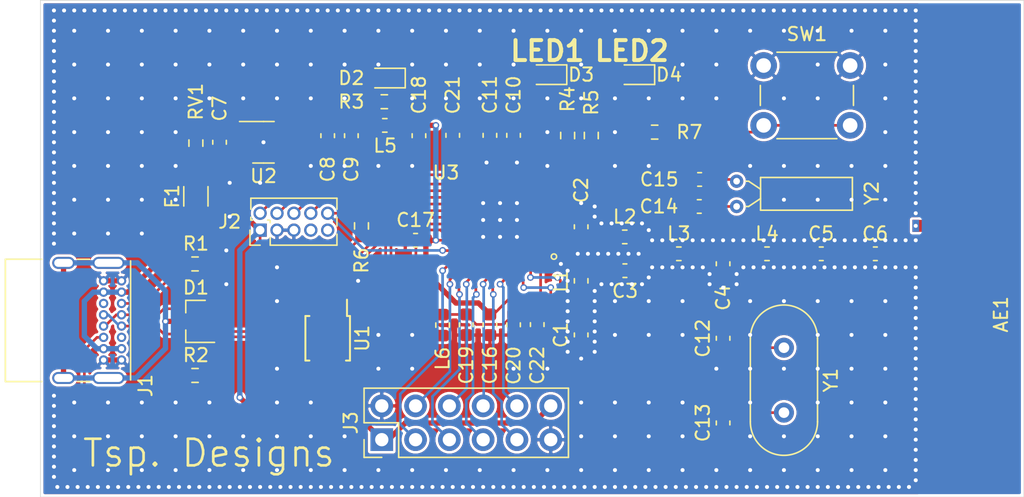
<source format=kicad_pcb>
(kicad_pcb (version 20171130) (host pcbnew 5.1.9)
  (layers (0 F.Cu signal) (31 B.Cu signal) (34 B.Paste user) (35 F.Paste user) (36 B.SilkS user) (37 F.SilkS user) (38 B.Mask user) (39 F.Mask user) (44 Edge.Cuts user))
  (net 0 "")
  (net 1 GND)
  (net 2 "Net-(C1-Pad1)")
  (net 3 /RF_N)
  (net 4 /RF_P)
  (net 5 "Net-(C3-Pad1)")
  (net 6 "Net-(C4-Pad1)")
  (net 7 "Net-(C5-Pad2)")
  (net 8 "Net-(C5-Pad1)")
  (net 9 "Net-(AE1-Pad1)")
  (net 10 /VBUS)
  (net 11 /VDD)
  (net 12 /VDDS)
  (net 13 /X48M_P)
  (net 14 /X48M_N)
  (net 15 /X32K_P)
  (net 16 /X32K_N)
  (net 17 /VDDR)
  (net 18 "Net-(C21-Pad2)")
  (net 19 GND1)
  (net 20 "Net-(J1-PadB8)")
  (net 21 "Net-(J1-PadB5)")
  (net 22 "Net-(F1-Pad2)")
  (net 23 "Net-(J1-PadA8)")
  (net 24 "Net-(J1-PadA5)")
  (net 25 /JTAG_RESET_MCU)
  (net 26 "Net-(J2-Pad9)")
  (net 27 /JTAG_TDI_MCU)
  (net 28 "Net-(J2-Pad7)")
  (net 29 /JTAG_TDO_MCU)
  (net 30 /JTAG_TCKC_MCU)
  (net 31 /JTAG_TMSC_MCU)
  (net 32 /DCDC_SW)
  (net 33 /LED1_MCU)
  (net 34 /LED2_MCU)
  (net 35 "Net-(F1-Pad1)")
  (net 36 /DEBUG_DTR_MCU)
  (net 37 /DEBUG_CTS_MCU)
  (net 38 /DEBUG_RX_MCU)
  (net 39 /DEBUG_TX_MCU)
  (net 40 "Net-(U2-Pad4)")
  (net 41 /DIO_11)
  (net 42 /DIO_9)
  (net 43 /DIO_12)
  (net 44 /DIO_15)
  (net 45 /DIO_14)
  (net 46 /DIO_13)
  (net 47 /DIO_8)
  (net 48 /DIO_10)
  (net 49 /DIO_23)
  (net 50 /DIO_22)
  (net 51 /DIO_30)
  (net 52 /DIO_25)
  (net 53 /DIO_24)
  (net 54 /DIO_29)
  (net 55 /DIO_26)
  (net 56 /DIO_27)
  (net 57 /DIO_28)
  (net 58 /DIO_4)
  (net 59 /DIO_3)
  (net 60 /DIO_2)
  (net 61 /DIO_1)
  (net 62 /DIO_0)
  (net 63 /D-)
  (net 64 /D+)
  (net 65 "Net-(D2-Pad2)")
  (net 66 "Net-(D3-Pad2)")
  (net 67 "Net-(D4-Pad2)")
  (net 68 "Net-(R7-Pad2)")
  (net 69 /BTN1_MCU)
  (net 70 "Net-(U1-Pad6)")
  (module Resistor_SMD:R_0603_1608Metric (layer F.Cu) (at 179.07 -25.971 270)
    (fp_text reference R6 (at 2.603 0 90) (layer F.SilkS))
    (fp_text value 100k hide)
    (pad 2 smd roundrect (at 0.825 0 270) (size 0.8 0.95) (layers F.Cu F.Paste F.Mask) (net 11 /VDD))
    (pad 1 smd roundrect (at -0.825 0 270) (size 0.8 0.95) (layers F.Cu F.Paste F.Mask) (net 25 /JTAG_RESET_MCU))
  )
  (module Package_SO:MSOP-10_3x3mm_P0.5mm (layer F.Cu) (at 176.53 -17.526 270)
    (fp_text reference U1 (at 0 -2.6 90) (layer F.SilkS))
    (fp_text value CH340E)
    (pad 10 smd rect (at 2.2 -1 270) (size 1.4 0.3) (layers F.Cu F.Paste F.Mask) (net 11 /VDD))
    (pad 9 smd rect (at 2.2 -0.5 270) (size 1.4 0.3) (layers F.Cu F.Paste F.Mask) (net 38 /DEBUG_RX_MCU))
    (pad 8 smd rect (at 2.2 0 270) (size 1.4 0.3) (layers F.Cu F.Paste F.Mask) (net 39 /DEBUG_TX_MCU))
    (pad 7 smd rect (at 2.2 0.5 270) (size 1.4 0.3) (layers F.Cu F.Paste F.Mask) (net 11 /VDD))
    (pad 6 smd rect (at 2.2 1 270) (size 1.4 0.3) (layers F.Cu F.Paste F.Mask) (net 70 "Net-(U1-Pad6)"))
    (pad 5 smd rect (at -2.2 1 270) (size 1.4 0.3) (layers F.Cu F.Paste F.Mask) (net 37 /DEBUG_CTS_MCU))
    (pad 4 smd rect (at -2.2 0.5 270) (size 1.4 0.3) (layers F.Cu F.Paste F.Mask) (net 36 /DEBUG_DTR_MCU))
    (pad 3 smd rect (at -2.2 0 270) (size 1.4 0.3) (layers F.Cu F.Paste F.Mask) (net 1 GND))
    (pad 2 smd rect (at -2.2 -0.5 270) (size 1.4 0.3) (layers F.Cu F.Paste F.Mask) (net 63 /D-))
    (pad 1 smd rect (at -2.2 -1 270) (size 1.4 0.3) (layers F.Cu F.Paste F.Mask) (net 64 /D+))
  )
  (module Resistor_SMD:R_0603_1608Metric (layer F.Cu) (at 201.105 -33.02)
    (fp_text reference R7 (at 2.603 0) (layer F.SilkS))
    (fp_text value 200R hide)
    (pad 2 smd roundrect (at 0.825 0) (size 0.8 0.95) (layers F.Cu F.Paste F.Mask) (net 68 "Net-(R7-Pad2)"))
    (pad 1 smd roundrect (at -0.825 0) (size 0.8 0.95) (layers F.Cu F.Paste F.Mask) (net 69 /BTN1_MCU))
  )
  (module Button_Switch_THT:SW_PUSH_6mm (layer F.Cu) (at 215.796 -33.528 180)
    (fp_text reference SW1 (at 3.25 6.858) (layer F.SilkS))
    (fp_text value SW_Push hide)
    (pad 1 thru_hole circle (at 6.5 0 270) (size 2 2) (drill 1.1) (layers *.Cu *.Mask) (net 68 "Net-(R7-Pad2)"))
    (pad 2 thru_hole circle (at 6.5 4.5 270) (size 2 2) (drill 1.1) (layers *.Cu *.Mask) (net 1 GND))
    (pad 1 thru_hole circle (at 0 0 270) (size 2 2) (drill 1.1) (layers *.Cu *.Mask) (net 68 "Net-(R7-Pad2)"))
    (pad 2 thru_hole circle (at 0 4.5 270) (size 2 2) (drill 1.1) (layers *.Cu *.Mask) (net 1 GND))
  )
  (module Inductor_SMD:L_0603_1608Metric (layer F.Cu) (at 180.8225 -33.528)
    (fp_text reference L5 (at 0.0255 1.524) (layer F.SilkS))
    (fp_text value 6.8uH hide)
    (pad 2 smd roundrect (at 0.7875 0) (size 0.875 0.95) (layers F.Cu F.Paste F.Mask) (net 12 /VDDS))
    (pad 1 smd roundrect (at -0.7875 0) (size 0.875 0.95) (layers F.Cu F.Paste F.Mask) (net 11 /VDD))
  )
  (module Capacitor_SMD:C_0603_1608Metric (layer F.Cu) (at 183.388 -32.753 270)
    (fp_text reference C18 (at -3.061 0 90) (layer F.SilkS))
    (fp_text value 0.1uF hide)
    (pad 2 smd roundrect (at 0.775 0 270) (size 0.9 0.95) (layers F.Cu F.Paste F.Mask) (net 1 GND))
    (pad 1 smd roundrect (at -0.775 0 270) (size 0.9 0.95) (layers F.Cu F.Paste F.Mask) (net 12 /VDDS))
  )
  (module Capacitor_SMD:C_0603_1608Metric (layer F.Cu) (at 176.53 -32.753 270)
    (fp_text reference C8 (at 2.527 0 90) (layer F.SilkS))
    (fp_text value 1.0uF hide)
    (pad 2 smd roundrect (at 0.775 0 270) (size 0.9 0.95) (layers F.Cu F.Paste F.Mask) (net 1 GND))
    (pad 1 smd roundrect (at -0.775 0 270) (size 0.9 0.95) (layers F.Cu F.Paste F.Mask) (net 11 /VDD))
  )
  (module Capacitor_SMD:C_0603_1608Metric (layer F.Cu) (at 178.308 -32.753 270)
    (fp_text reference C9 (at 2.527 0 90) (layer F.SilkS))
    (fp_text value 0.1uF hide)
    (pad 2 smd roundrect (at 0.775 0 270) (size 0.9 0.95) (layers F.Cu F.Paste F.Mask) (net 1 GND))
    (pad 1 smd roundrect (at -0.775 0 270) (size 0.9 0.95) (layers F.Cu F.Paste F.Mask) (net 11 /VDD))
  )
  (module LED_SMD:LED_0603_1608Metric (layer F.Cu) (at 199.6185 -37.338 180)
    (fp_text reference D4 (at -2.5655 0) (layer F.SilkS))
    (fp_text value LED_BLUE hide)
    (pad 2 smd roundrect (at 0.7875 0 180) (size 0.875 0.95) (layers F.Cu F.Paste F.Mask) (net 67 "Net-(D4-Pad2)"))
    (pad 1 smd roundrect (at -0.7875 0 180) (size 0.875 0.95) (layers F.Cu F.Paste F.Mask) (net 1 GND))
  )
  (module LED_SMD:LED_0603_1608Metric (layer F.Cu) (at 193.0145 -37.338 180)
    (fp_text reference D3 (at -2.5655 0) (layer F.SilkS))
    (fp_text value LED_BLUE hide)
    (pad 2 smd roundrect (at 0.7875 0 180) (size 0.875 0.95) (layers F.Cu F.Paste F.Mask) (net 66 "Net-(D3-Pad2)"))
    (pad 1 smd roundrect (at -0.7875 0 180) (size 0.875 0.95) (layers F.Cu F.Paste F.Mask) (net 1 GND))
  )
  (module LED_SMD:LED_0603_1608Metric (layer F.Cu) (at 180.8735 -37.084 180)
    (fp_text reference D2 (at 2.5655 0 180) (layer F.SilkS))
    (fp_text value LED_GREEN hide)
    (pad 2 smd roundrect (at 0.7875 0 180) (size 0.875 0.95) (layers F.Cu F.Paste F.Mask) (net 65 "Net-(D2-Pad2)"))
    (pad 1 smd roundrect (at -0.7875 0 180) (size 0.875 0.95) (layers F.Cu F.Paste F.Mask) (net 1 GND))
  )
  (module Capacitor_SMD:C_0603_1608Metric (layer F.Cu) (at 204.457 -27.432)
    (fp_text reference C14 (at -3.035 0) (layer F.SilkS))
    (fp_text value 12pF hide)
    (pad 2 smd roundrect (at 0.775 0) (size 0.9 0.95) (layers F.Cu F.Paste F.Mask) (net 15 /X32K_P))
    (pad 1 smd roundrect (at -0.775 0) (size 0.9 0.95) (layers F.Cu F.Paste F.Mask) (net 1 GND))
  )
  (module Crystal:Crystal_C26-LF_D2.1mm_L6.5mm_Horizontal (layer F.Cu) (at 207.264 -27.432 90)
    (fp_text reference Y2 (at 1.016 10.16 270) (layer F.SilkS))
    (fp_text value 32.768kHz hide)
    (pad 2 thru_hole circle (at 1.9 0 90) (size 1 1) (drill 0.5) (layers *.Cu *.Mask) (net 16 /X32K_N))
    (pad 1 thru_hole circle (at 0 0 90) (size 1 1) (drill 0.5) (layers *.Cu *.Mask) (net 15 /X32K_P))
  )
  (module Capacitor_SMD:C_0603_1608Metric (layer F.Cu) (at 204.483 -29.464)
    (fp_text reference C15 (at -3.035 0) (layer F.SilkS))
    (fp_text value 12pF hide)
    (pad 2 smd roundrect (at 0.775 0) (size 0.9 0.95) (layers F.Cu F.Paste F.Mask) (net 16 /X32K_N))
    (pad 1 smd roundrect (at -0.775 0) (size 0.9 0.95) (layers F.Cu F.Paste F.Mask) (net 1 GND))
  )
  (module Connector_PinHeader_2.54mm:PinHeader_2x06_P2.54mm_Vertical (layer F.Cu) (at 180.594 -9.906 90)
    (fp_text reference J3 (at 1.27 -2.33 90) (layer F.SilkS))
    (fp_text value "Expansion Header" hide)
    (pad 12 thru_hole oval (at 2.54 12.7 90) (size 1.7 1.7) (drill 1) (layers *.Cu *.Mask) (net 11 /VDD))
    (pad 11 thru_hole oval (at 0 12.7 90) (size 1.7 1.7) (drill 1) (layers *.Cu *.Mask) (net 1 GND))
    (pad 10 thru_hole oval (at 2.54 10.16 90) (size 1.7 1.7) (drill 1) (layers *.Cu *.Mask) (net 51 /DIO_30))
    (pad 9 thru_hole oval (at 0 10.16 90) (size 1.7 1.7) (drill 1) (layers *.Cu *.Mask) (net 54 /DIO_29))
    (pad 8 thru_hole oval (at 2.54 7.62 90) (size 1.7 1.7) (drill 1) (layers *.Cu *.Mask) (net 57 /DIO_28))
    (pad 7 thru_hole oval (at 0 7.62 90) (size 1.7 1.7) (drill 1) (layers *.Cu *.Mask) (net 56 /DIO_27))
    (pad 6 thru_hole oval (at 2.54 5.08 90) (size 1.7 1.7) (drill 1) (layers *.Cu *.Mask) (net 55 /DIO_26))
    (pad 5 thru_hole oval (at 0 5.08 90) (size 1.7 1.7) (drill 1) (layers *.Cu *.Mask) (net 52 /DIO_25))
    (pad 4 thru_hole oval (at 2.54 2.54 90) (size 1.7 1.7) (drill 1) (layers *.Cu *.Mask) (net 53 /DIO_24))
    (pad 3 thru_hole oval (at 0 2.54 90) (size 1.7 1.7) (drill 1) (layers *.Cu *.Mask) (net 49 /DIO_23))
    (pad 2 thru_hole oval (at 2.54 0 90) (size 1.7 1.7) (drill 1) (layers *.Cu *.Mask) (net 1 GND))
    (pad 1 thru_hole rect (at 0 0 90) (size 1.7 1.7) (drill 1) (layers *.Cu *.Mask) (net 11 /VDD))
  )
  (module Resistor_SMD:R_0603_1608Metric (layer F.Cu) (at 166.624 -32.195 270)
    (fp_text reference RV1 (at -3.111 0 90) (layer F.SilkS))
    (fp_text value Varistor_US hide)
    (pad 2 smd roundrect (at 0.825 0 270) (size 0.8 0.95) (layers F.Cu F.Paste F.Mask) (net 35 "Net-(F1-Pad1)"))
    (pad 1 smd roundrect (at -0.825 0 270) (size 0.8 0.95) (layers F.Cu F.Paste F.Mask) (net 10 /VBUS))
  )
  (module Connector_USB:USB_C_Receptacle_GCT_USB4085 (layer F.Cu) (at 161.036 -21.844 270)
    (fp_text reference J1 (at 7.874 -1.8 90) (layer F.SilkS))
    (fp_text value USB_C_Receptacle_USB2.0 hide)
    (pad S1 thru_hole oval (at 7.3 4.36 270) (size 0.9 1.7) (drill oval 0.6 1.4) (layers *.Cu *.Mask) (net 19 GND1))
    (pad S1 thru_hole oval (at -1.35 4.36 270) (size 0.9 1.7) (drill oval 0.6 1.4) (layers *.Cu *.Mask) (net 19 GND1))
    (pad S1 thru_hole oval (at 7.3 0.98 270) (size 0.9 2.4) (drill oval 0.6 2.1) (layers *.Cu *.Mask) (net 19 GND1))
    (pad S1 thru_hole oval (at -1.35 0.98 270) (size 0.9 2.4) (drill oval 0.6 2.1) (layers *.Cu *.Mask) (net 19 GND1))
    (pad B6 thru_hole circle (at 3.4 1.35 270) (size 0.7 0.7) (drill 0.4) (layers *.Cu *.Mask) (net 63 /D-))
    (pad B1 thru_hole circle (at 5.95 1.35 270) (size 0.7 0.7) (drill 0.4) (layers *.Cu *.Mask) (net 1 GND))
    (pad B4 thru_hole circle (at 5.1 1.35 270) (size 0.7 0.7) (drill 0.4) (layers *.Cu *.Mask) (net 22 "Net-(F1-Pad2)"))
    (pad B5 thru_hole circle (at 4.25 1.35 270) (size 0.7 0.7) (drill 0.4) (layers *.Cu *.Mask) (net 21 "Net-(J1-PadB5)"))
    (pad B12 thru_hole circle (at 0 1.35 270) (size 0.7 0.7) (drill 0.4) (layers *.Cu *.Mask) (net 1 GND))
    (pad B8 thru_hole circle (at 1.7 1.35 270) (size 0.7 0.7) (drill 0.4) (layers *.Cu *.Mask) (net 20 "Net-(J1-PadB8)"))
    (pad B7 thru_hole circle (at 2.55 1.35 270) (size 0.7 0.7) (drill 0.4) (layers *.Cu *.Mask) (net 64 /D+))
    (pad B9 thru_hole circle (at 0.85 1.35 270) (size 0.7 0.7) (drill 0.4) (layers *.Cu *.Mask) (net 22 "Net-(F1-Pad2)"))
    (pad A12 thru_hole circle (at 5.95 0 270) (size 0.7 0.7) (drill 0.4) (layers *.Cu *.Mask) (net 1 GND))
    (pad A9 thru_hole circle (at 5.1 0 270) (size 0.7 0.7) (drill 0.4) (layers *.Cu *.Mask) (net 22 "Net-(F1-Pad2)"))
    (pad A8 thru_hole circle (at 4.25 0 270) (size 0.7 0.7) (drill 0.4) (layers *.Cu *.Mask) (net 23 "Net-(J1-PadA8)"))
    (pad A7 thru_hole circle (at 3.4 0 270) (size 0.7 0.7) (drill 0.4) (layers *.Cu *.Mask) (net 64 /D+))
    (pad A6 thru_hole circle (at 2.55 0 270) (size 0.7 0.7) (drill 0.4) (layers *.Cu *.Mask) (net 63 /D-))
    (pad A5 thru_hole circle (at 1.7 0 270) (size 0.7 0.7) (drill 0.4) (layers *.Cu *.Mask) (net 24 "Net-(J1-PadA5)"))
    (pad A4 thru_hole circle (at 0.85 0 270) (size 0.7 0.7) (drill 0.4) (layers *.Cu *.Mask) (net 22 "Net-(F1-Pad2)"))
    (pad A1 thru_hole circle (at 0 0 270) (size 0.7 0.7) (drill 0.4) (layers *.Cu *.Mask) (net 1 GND))
  )
  (module Package_TO_SOT_SMD:SOT-23 (layer F.Cu) (at 166.624 -18.796 180)
    (fp_text reference D1 (at 0 2.54) (layer F.SilkS))
    (fp_text value SP0502BAHT hide)
    (pad 3 smd rect (at 1 0 180) (size 0.9 0.8) (layers F.Cu F.Paste F.Mask) (net 19 GND1))
    (pad 2 smd rect (at -1 0.95 180) (size 0.9 0.8) (layers F.Cu F.Paste F.Mask) (net 63 /D-))
    (pad 1 smd rect (at -1 -0.95 180) (size 0.9 0.8) (layers F.Cu F.Paste F.Mask) (net 64 /D+))
  )
  (module Resistor_SMD:R_0603_1608Metric (layer F.Cu) (at 196.342 -32.766 90)
    (fp_text reference R5 (at 2.477 0 90) (layer F.SilkS))
    (fp_text value 200R hide)
    (pad 2 smd roundrect (at 0.825 0 90) (size 0.8 0.95) (layers F.Cu F.Paste F.Mask) (net 67 "Net-(D4-Pad2)"))
    (pad 1 smd roundrect (at -0.825 0 90) (size 0.8 0.95) (layers F.Cu F.Paste F.Mask) (net 34 /LED2_MCU))
  )
  (module Resistor_SMD:R_0603_1608Metric (layer F.Cu) (at 194.564 -32.766 90)
    (fp_text reference R4 (at 2.731 0 90) (layer F.SilkS))
    (fp_text value 200R hide)
    (pad 2 smd roundrect (at 0.825 0 90) (size 0.8 0.95) (layers F.Cu F.Paste F.Mask) (net 66 "Net-(D3-Pad2)"))
    (pad 1 smd roundrect (at -0.825 0 90) (size 0.8 0.95) (layers F.Cu F.Paste F.Mask) (net 33 /LED1_MCU))
  )
  (module Resistor_SMD:R_0603_1608Metric (layer F.Cu) (at 180.785 -35.306 180)
    (fp_text reference R3 (at 2.477 0) (layer F.SilkS))
    (fp_text value 200R hide)
    (pad 2 smd roundrect (at 0.825 0 180) (size 0.8 0.95) (layers F.Cu F.Paste F.Mask) (net 65 "Net-(D2-Pad2)"))
    (pad 1 smd roundrect (at -0.825 0 180) (size 0.8 0.95) (layers F.Cu F.Paste F.Mask) (net 12 /VDDS))
  )
  (module Resistor_SMD:R_0603_1608Metric (layer F.Cu) (at 166.561 -14.732 180)
    (fp_text reference R2 (at -0.063 1.524) (layer F.SilkS))
    (fp_text value 5.1k hide)
    (pad 2 smd roundrect (at 0.825 0 180) (size 0.8 0.95) (layers F.Cu F.Paste F.Mask) (net 21 "Net-(J1-PadB5)"))
    (pad 1 smd roundrect (at -0.825 0 180) (size 0.8 0.95) (layers F.Cu F.Paste F.Mask) (net 1 GND))
  )
  (module Resistor_SMD:R_0603_1608Metric (layer F.Cu) (at 166.561 -23.114 180)
    (fp_text reference R1 (at -0.063 1.524) (layer F.SilkS))
    (fp_text value 5.1k hide)
    (pad 2 smd roundrect (at 0.825 0 180) (size 0.8 0.95) (layers F.Cu F.Paste F.Mask) (net 24 "Net-(J1-PadA5)"))
    (pad 1 smd roundrect (at -0.825 0 180) (size 0.8 0.95) (layers F.Cu F.Paste F.Mask) (net 1 GND))
  )
  (module Inductor_SMD:L_0603_1608Metric (layer F.Cu) (at 185.166 -18.5165 90)
    (fp_text reference L6 (at -2.5145 0 90) (layer F.SilkS))
    (fp_text value 6.8uH hide)
    (pad 2 smd roundrect (at 0.7875 0 90) (size 0.875 0.95) (layers F.Cu F.Paste F.Mask) (net 17 /VDDR))
    (pad 1 smd roundrect (at -0.7875 0 90) (size 0.875 0.95) (layers F.Cu F.Paste F.Mask) (net 32 /DCDC_SW))
  )
  (module Inductor_SMD:L_0603_1608Metric (layer F.Cu) (at 209.55 -23.876)
    (fp_text reference L4 (at 0 -1.524) (layer F.SilkS))
    (fp_text value 2.4nH hide)
    (pad 2 smd roundrect (at 0.7875 0) (size 0.875 0.95) (layers F.Cu F.Paste F.Mask) (net 7 "Net-(C5-Pad2)"))
    (pad 1 smd roundrect (at -0.7875 0) (size 0.875 0.95) (layers F.Cu F.Paste F.Mask) (net 6 "Net-(C4-Pad1)"))
  )
  (module Inductor_SMD:L_0603_1608Metric (layer F.Cu) (at 202.9205 -23.876)
    (fp_text reference L3 (at 0 -1.524) (layer F.SilkS))
    (fp_text value 2.4nH hide)
    (pad 2 smd roundrect (at 0.7875 0) (size 0.875 0.95) (layers F.Cu F.Paste F.Mask) (net 6 "Net-(C4-Pad1)"))
    (pad 1 smd roundrect (at -0.7875 0) (size 0.875 0.95) (layers F.Cu F.Paste F.Mask) (net 5 "Net-(C3-Pad1)"))
  )
  (module Inductor_SMD:L_0603_1608Metric (layer F.Cu) (at 198.8565 -25.146)
    (fp_text reference L2 (at 0 -1.524) (layer F.SilkS))
    (fp_text value 2.4nH hide)
    (pad 2 smd roundrect (at 0.7875 0) (size 0.875 0.95) (layers F.Cu F.Paste F.Mask) (net 5 "Net-(C3-Pad1)"))
    (pad 1 smd roundrect (at -0.7875 0) (size 0.875 0.95) (layers F.Cu F.Paste F.Mask) (net 3 /RF_N))
  )
  (module Inductor_SMD:L_0603_1608Metric (layer F.Cu) (at 195.58 -21.844 270)
    (fp_text reference L1 (at 0 1.524 90) (layer F.SilkS))
    (fp_text value 2.4nH hide)
    (pad 2 smd roundrect (at 0.7875 0 270) (size 0.875 0.95) (layers F.Cu F.Paste F.Mask) (net 2 "Net-(C1-Pad1)"))
    (pad 1 smd roundrect (at -0.7875 0 270) (size 0.875 0.95) (layers F.Cu F.Paste F.Mask) (net 4 /RF_P))
  )
  (module Capacitor_SMD:C_0603_1608Metric (layer F.Cu) (at 192.278 -18.555 270)
    (fp_text reference C22 (at 3.061 0 90) (layer F.SilkS))
    (fp_text value 0.1uF hide)
    (pad 2 smd roundrect (at 0.775 0 270) (size 0.9 0.95) (layers F.Cu F.Paste F.Mask) (net 1 GND))
    (pad 1 smd roundrect (at -0.775 0 270) (size 0.9 0.95) (layers F.Cu F.Paste F.Mask) (net 17 /VDDR))
  )
  (module Capacitor_SMD:C_0603_1608Metric (layer F.Cu) (at 185.928 -32.779 270)
    (fp_text reference C21 (at -3.035 0 90) (layer F.SilkS))
    (fp_text value 12pF hide)
    (pad 2 smd roundrect (at 0.775 0 270) (size 0.9 0.95) (layers F.Cu F.Paste F.Mask) (net 18 "Net-(C21-Pad2)"))
    (pad 1 smd roundrect (at -0.775 0 270) (size 0.9 0.95) (layers F.Cu F.Paste F.Mask) (net 1 GND))
  )
  (module Capacitor_SMD:C_0603_1608Metric (layer F.Cu) (at 190.5 -18.542 270)
    (fp_text reference C20 (at 3.061 0 90) (layer F.SilkS))
    (fp_text value 0.1uF hide)
    (pad 2 smd roundrect (at 0.775 0 270) (size 0.9 0.95) (layers F.Cu F.Paste F.Mask) (net 1 GND))
    (pad 1 smd roundrect (at -0.775 0 270) (size 0.9 0.95) (layers F.Cu F.Paste F.Mask) (net 17 /VDDR))
  )
  (module Capacitor_SMD:C_0603_1608Metric (layer F.Cu) (at 186.944 -18.542 270)
    (fp_text reference C19 (at 3.035 0 90) (layer F.SilkS))
    (fp_text value 22uF hide)
    (pad 2 smd roundrect (at 0.775 0 270) (size 0.9 0.95) (layers F.Cu F.Paste F.Mask) (net 1 GND))
    (pad 1 smd roundrect (at -0.775 0 270) (size 0.9 0.95) (layers F.Cu F.Paste F.Mask) (net 17 /VDDR))
  )
  (module Capacitor_SMD:C_0603_1608Metric (layer F.Cu) (at 183.134 -24.892 180)
    (fp_text reference C17 (at 0 1.524) (layer F.SilkS))
    (fp_text value 22uF hide)
    (pad 2 smd roundrect (at 0.775 0 180) (size 0.9 0.95) (layers F.Cu F.Paste F.Mask) (net 1 GND))
    (pad 1 smd roundrect (at -0.775 0 180) (size 0.9 0.95) (layers F.Cu F.Paste F.Mask) (net 12 /VDDS))
  )
  (module Capacitor_SMD:C_0603_1608Metric (layer F.Cu) (at 188.722 -18.542 270)
    (fp_text reference C16 (at 3.035 0 90) (layer F.SilkS))
    (fp_text value 0.1uF hide)
    (pad 2 smd roundrect (at 0.775 0 270) (size 0.9 0.95) (layers F.Cu F.Paste F.Mask) (net 1 GND))
    (pad 1 smd roundrect (at -0.775 0 270) (size 0.9 0.95) (layers F.Cu F.Paste F.Mask) (net 12 /VDDS))
  )
  (module Capacitor_SMD:C_0603_1608Metric (layer F.Cu) (at 206.248 -11.163 90)
    (fp_text reference C13 (at 0.013 -1.524 90) (layer F.SilkS))
    (fp_text value 12pF hide)
    (pad 2 smd roundrect (at 0.775 0 90) (size 0.9 0.95) (layers F.Cu F.Paste F.Mask) (net 14 /X48M_N))
    (pad 1 smd roundrect (at -0.775 0 90) (size 0.9 0.95) (layers F.Cu F.Paste F.Mask) (net 1 GND))
  )
  (module Capacitor_SMD:C_0603_1608Metric (layer F.Cu) (at 206.248 -17.526 270)
    (fp_text reference C12 (at 0 1.524 90) (layer F.SilkS))
    (fp_text value 12pF hide)
    (pad 2 smd roundrect (at 0.775 0 270) (size 0.9 0.95) (layers F.Cu F.Paste F.Mask) (net 13 /X48M_P))
    (pad 1 smd roundrect (at -0.775 0 270) (size 0.9 0.95) (layers F.Cu F.Paste F.Mask) (net 1 GND))
  )
  (module Capacitor_SMD:C_0603_1608Metric (layer F.Cu) (at 188.722 -32.779 90)
    (fp_text reference C11 (at 3.048 0 90) (layer F.SilkS))
    (fp_text value 0.1uF hide)
    (pad 2 smd roundrect (at 0.775 0 90) (size 0.9 0.95) (layers F.Cu F.Paste F.Mask) (net 1 GND))
    (pad 1 smd roundrect (at -0.775 0 90) (size 0.9 0.95) (layers F.Cu F.Paste F.Mask) (net 12 /VDDS))
  )
  (module Capacitor_SMD:C_0603_1608Metric (layer F.Cu) (at 190.5 -32.779 90)
    (fp_text reference C10 (at 3.035 0 90) (layer F.SilkS))
    (fp_text value 0.1uF hide)
    (pad 2 smd roundrect (at 0.775 0 90) (size 0.9 0.95) (layers F.Cu F.Paste F.Mask) (net 1 GND))
    (pad 1 smd roundrect (at -0.775 0 90) (size 0.9 0.95) (layers F.Cu F.Paste F.Mask) (net 12 /VDDS))
  )
  (module Capacitor_SMD:C_0603_1608Metric (layer F.Cu) (at 168.402 -32.258 270)
    (fp_text reference C7 (at -2.54 0 90) (layer F.SilkS))
    (fp_text value 1.0uF hide)
    (pad 2 smd roundrect (at 0.775 0 270) (size 0.9 0.95) (layers F.Cu F.Paste F.Mask) (net 1 GND))
    (pad 1 smd roundrect (at -0.775 0 270) (size 0.9 0.95) (layers F.Cu F.Paste F.Mask) (net 10 /VBUS))
  )
  (module Capacitor_SMD:C_0603_1608Metric (layer F.Cu) (at 217.691 -23.876 180)
    (fp_text reference C6 (at 0.013 1.524) (layer F.SilkS))
    (fp_text value 0.1uF hide)
    (pad 2 smd roundrect (at 0.775 0 180) (size 0.9 0.95) (layers F.Cu F.Paste F.Mask) (net 8 "Net-(C5-Pad1)"))
    (pad 1 smd roundrect (at -0.775 0 180) (size 0.9 0.95) (layers F.Cu F.Paste F.Mask) (net 9 "Net-(AE1-Pad1)"))
  )
  (module Capacitor_SMD:C_0603_1608Metric (layer F.Cu) (at 213.627 -23.876 180)
    (fp_text reference C5 (at 0.013 1.524) (layer F.SilkS))
    (fp_text value 0.1uF hide)
    (pad 2 smd roundrect (at 0.775 0 180) (size 0.9 0.95) (layers F.Cu F.Paste F.Mask) (net 7 "Net-(C5-Pad2)"))
    (pad 1 smd roundrect (at -0.775 0 180) (size 0.9 0.95) (layers F.Cu F.Paste F.Mask) (net 8 "Net-(C5-Pad1)"))
  )
  (module Capacitor_SMD:C_0603_1608Metric (layer F.Cu) (at 206.248 -23.127 270)
    (fp_text reference C4 (at 2.553 0 90) (layer F.SilkS))
    (fp_text value 0.1uF hide)
    (pad 2 smd roundrect (at 0.775 0 270) (size 0.9 0.95) (layers F.Cu F.Paste F.Mask) (net 1 GND))
    (pad 1 smd roundrect (at -0.775 0 270) (size 0.9 0.95) (layers F.Cu F.Paste F.Mask) (net 6 "Net-(C4-Pad1)"))
  )
  (module Capacitor_SMD:C_0603_1608Metric (layer F.Cu) (at 198.869 -22.606 180)
    (fp_text reference C3 (at -0.013 -1.524) (layer F.SilkS))
    (fp_text value 0.1uF hide)
    (pad 2 smd roundrect (at 0.775 0 180) (size 0.9 0.95) (layers F.Cu F.Paste F.Mask) (net 4 /RF_P))
    (pad 1 smd roundrect (at -0.775 0 180) (size 0.9 0.95) (layers F.Cu F.Paste F.Mask) (net 5 "Net-(C3-Pad1)"))
  )
  (module Capacitor_SMD:C_0603_1608Metric (layer F.Cu) (at 195.58 -25.908 90)
    (fp_text reference C2 (at 2.75 0 90) (layer F.SilkS))
    (fp_text value 0.1uF hide)
    (pad 2 smd roundrect (at 0.775 0 90) (size 0.9 0.95) (layers F.Cu F.Paste F.Mask) (net 1 GND))
    (pad 1 smd roundrect (at -0.775 0 90) (size 0.9 0.95) (layers F.Cu F.Paste F.Mask) (net 3 /RF_N))
  )
  (module Capacitor_SMD:C_0603_1608Metric (layer F.Cu) (at 195.58 -17.78 270)
    (fp_text reference C1 (at 0 1.524 90) (layer F.SilkS))
    (fp_text value 0.1uF hide)
    (pad 2 smd roundrect (at 0.775 0 270) (size 0.9 0.95) (layers F.Cu F.Paste F.Mask) (net 1 GND))
    (pad 1 smd roundrect (at -0.775 0 270) (size 0.9 0.95) (layers F.Cu F.Paste F.Mask) (net 2 "Net-(C1-Pad1)"))
  )
  (module RF_Antenna:Texas_SWRA117D_2.4GHz_Right (layer F.Cu) (at 220.726 -23.876 270)
    (fp_text reference AE1 (at 4.55 -6.41 90) (layer F.SilkS))
    (fp_text value Antenna hide)
    (fp_poly (pts (xy 2.45 -2.51) (xy 4.45 -2.51) (xy 4.45 -5.15) (xy 7.15 -5.15) (xy 7.15 -2.51) (xy 9.15 -2.51) (xy 9.15 -5.15) (xy 11.85 -5.15) (xy 11.85 -0.71) (xy 11.35 -0.71) (xy 11.35 -4.65) (xy 9.65 -4.65) (xy 9.65 -2.01) (xy 6.65 -2.01) (xy 6.65 -4.65) (xy 4.95 -4.65) (xy 4.95 -2.01) (xy 1.95 -2.01) (xy 1.95 -4.65) (xy 0.25 -4.65) (xy 0.25 0.25) (xy -0.25 0.25) (xy -0.25 -4.65) (xy -1.65 -4.65) (xy -1.65 0.25) (xy -2.55 0.25) (xy -2.55 0.006785) (xy -2.247583 0.006785) (xy -2.237742 0.054395) (xy -2.213674 0.096797) (xy -2.175731 0.129581) (xy -2.167819 0.133935) (xy -2.125156 0.146043) (xy -2.076637 0.1453) (xy -2.031122 0.1324) (xy -2.012511 0.121787) (xy -1.978868 0.086553) (xy -1.958309 0.041368) (xy -1.951778 -0.008158) (xy -1.960218 -0.056417) (xy -1.977112 -0.088643) (xy -2.012372 -0.121313) (xy -2.057682 -0.141408) (xy -2.107267 -0.147982) (xy -2.155353 -0.140092) (xy -2.188245 -0.123186) (xy -2.223185 -0.086416) (xy -2.242847 -0.041622) (xy -2.247583 0.006785) (xy -2.55 0.006785) (xy -2.55 -5.15) (xy 2.45 -5.15) (xy 2.45 -2.51)) (layer F.Cu) (width 0))
    (pad 1 connect rect (at 0 0 270) (size 0.5 0.5) (layers F.Cu) (net 9 "Net-(AE1-Pad1)"))
    (pad 2 thru_hole rect (at -2.1 0 270) (size 0.9 0.5) (drill 0.3) (layers *.Cu))
  )
  (module Crystal:Crystal_HC49-U_Vertical (layer F.Cu) (at 210.82 -16.818 270)
    (fp_text reference Y1 (at 2.44 -3.525 90) (layer F.SilkS))
    (fp_text value 48MHz hide)
    (pad 2 thru_hole circle (at 4.88 0 270) (size 1.5 1.5) (drill 0.8) (layers *.Cu *.Mask) (net 14 /X48M_N))
    (pad 1 thru_hole circle (at 0 0 270) (size 1.5 1.5) (drill 0.8) (layers *.Cu *.Mask) (net 13 /X48M_P))
  )
  (module Resistor_SMD:R_1206_3216Metric (layer F.Cu) (at 166.624 -28.194 270)
    (fp_text reference F1 (at 0 1.778 90) (layer F.SilkS))
    (fp_text value Polyfuse hide)
    (pad 2 smd roundrect (at 1.4625 0 270) (size 1.125 1.75) (layers F.Cu F.Paste F.Mask) (roundrect_rratio 0.2222195555555556) (net 22 "Net-(F1-Pad2)"))
    (pad 1 smd roundrect (at -1.4625 0 270) (size 1.125 1.75) (layers F.Cu F.Paste F.Mask) (roundrect_rratio 0.2222195555555556) (net 35 "Net-(F1-Pad1)"))
  )
  (module MyFootprints:CC2642R (layer F.Cu) (at 189.484 -26.416 180)
    (fp_text reference U3 (at 4.064 3.556) (layer F.SilkS))
    (fp_text value CC2642R hide)
    (pad 49 smd rect (at 0 0 270) (size 5.15 5.15) (layers F.Cu F.Paste F.Mask) (net 1 GND))
    (pad 17 smd rect (at -0.75 3.4 270) (size 0.6 0.24) (layers F.Cu F.Paste F.Mask) (net 41 /DIO_11))
    (pad 22 smd rect (at 1.75 3.4 270) (size 0.6 0.24) (layers F.Cu F.Paste F.Mask) (net 12 /VDDS))
    (pad 15 smd rect (at -1.75 3.4 270) (size 0.6 0.24) (layers F.Cu F.Paste F.Mask) (net 42 /DIO_9))
    (pad 23 smd rect (at 2.25 3.4 270) (size 0.6 0.24) (layers F.Cu F.Paste F.Mask) (net 18 "Net-(C21-Pad2)"))
    (pad 18 smd rect (at -0.25 3.4 270) (size 0.6 0.24) (layers F.Cu F.Paste F.Mask) (net 43 /DIO_12))
    (pad 13 smd rect (at -2.75 3.4 270) (size 0.6 0.24) (layers F.Cu F.Paste F.Mask) (net 12 /VDDS))
    (pad 24 smd rect (at 2.75 3.4 270) (size 0.6 0.24) (layers F.Cu F.Paste F.Mask) (net 31 /JTAG_TMSC_MCU))
    (pad 21 smd rect (at 1.25 3.4 270) (size 0.6 0.24) (layers F.Cu F.Paste F.Mask) (net 44 /DIO_15))
    (pad 20 smd rect (at 0.75 3.4 270) (size 0.6 0.24) (layers F.Cu F.Paste F.Mask) (net 45 /DIO_14))
    (pad 19 smd rect (at 0.25 3.4 270) (size 0.6 0.24) (layers F.Cu F.Paste F.Mask) (net 46 /DIO_13))
    (pad 14 smd rect (at -2.25 3.4 270) (size 0.6 0.24) (layers F.Cu F.Paste F.Mask) (net 47 /DIO_8))
    (pad 16 smd rect (at -1.25 3.4 270) (size 0.6 0.24) (layers F.Cu F.Paste F.Mask) (net 48 /DIO_10))
    (pad 31 smd rect (at 3.4 -0.3 180) (size 0.6 0.24) (layers F.Cu F.Paste F.Mask) (net 38 /DEBUG_RX_MCU))
    (pad 26 smd rect (at 3.4 2.2 180) (size 0.6 0.24) (layers F.Cu F.Paste F.Mask) (net 29 /JTAG_TDO_MCU))
    (pad 33 smd rect (at 3.4 -1.3 180) (size 0.6 0.24) (layers F.Cu F.Paste F.Mask) (net 32 /DCDC_SW))
    (pad 36 smd rect (at 3.4 -2.81 180) (size 0.6 0.24) (layers F.Cu F.Paste F.Mask) (net 49 /DIO_23))
    (pad 30 smd rect (at 3.4 0.2 180) (size 0.6 0.24) (layers F.Cu F.Paste F.Mask) (net 39 /DEBUG_TX_MCU))
    (pad 35 smd rect (at 3.4 -2.3 180) (size 0.6 0.24) (layers F.Cu F.Paste F.Mask) (net 25 /JTAG_RESET_MCU))
    (pad 25 smd rect (at 3.4 2.7 180) (size 0.6 0.24) (layers F.Cu F.Paste F.Mask) (net 30 /JTAG_TCKC_MCU))
    (pad 27 smd rect (at 3.4 1.7 180) (size 0.6 0.24) (layers F.Cu F.Paste F.Mask) (net 27 /JTAG_TDI_MCU))
    (pad 28 smd rect (at 3.4 1.2 180) (size 0.6 0.24) (layers F.Cu F.Paste F.Mask) (net 37 /DEBUG_CTS_MCU))
    (pad 29 smd rect (at 3.4 0.7 180) (size 0.6 0.24) (layers F.Cu F.Paste F.Mask) (net 36 /DEBUG_DTR_MCU))
    (pad 34 smd rect (at 3.4 -1.8 180) (size 0.6 0.24) (layers F.Cu F.Paste F.Mask) (net 12 /VDDS))
    (pad 32 smd rect (at 3.4 -0.8 180) (size 0.6 0.24) (layers F.Cu F.Paste F.Mask) (net 50 /DIO_22))
    (pad 43 smd rect (at -0.3 -3.4 270) (size 0.6 0.24) (layers F.Cu F.Paste F.Mask) (net 51 /DIO_30))
    (pad 38 smd rect (at 2.2 -3.4 270) (size 0.6 0.24) (layers F.Cu F.Paste F.Mask) (net 52 /DIO_25))
    (pad 45 smd rect (at -1.3 -3.4 270) (size 0.6 0.24) (layers F.Cu F.Paste F.Mask) (net 17 /VDDR))
    (pad 37 smd rect (at 2.7 -3.4 270) (size 0.6 0.24) (layers F.Cu F.Paste F.Mask) (net 53 /DIO_24))
    (pad 42 smd rect (at 0.2 -3.4 270) (size 0.6 0.24) (layers F.Cu F.Paste F.Mask) (net 54 /DIO_29))
    (pad 47 smd rect (at -2.3 -3.4 270) (size 0.6 0.24) (layers F.Cu F.Paste F.Mask) (net 13 /X48M_P))
    (pad 48 smd rect (at -2.8 -3.4 270) (size 0.6 0.24) (layers F.Cu F.Paste F.Mask) (net 17 /VDDR))
    (pad 39 smd rect (at 1.7 -3.4 270) (size 0.6 0.24) (layers F.Cu F.Paste F.Mask) (net 55 /DIO_26))
    (pad 40 smd rect (at 1.2 -3.4 270) (size 0.6 0.24) (layers F.Cu F.Paste F.Mask) (net 56 /DIO_27))
    (pad 41 smd rect (at 0.7 -3.4 270) (size 0.6 0.24) (layers F.Cu F.Paste F.Mask) (net 57 /DIO_28))
    (pad 46 smd rect (at -1.8 -3.4 270) (size 0.6 0.24) (layers F.Cu F.Paste F.Mask) (net 14 /X48M_N))
    (pad 44 smd rect (at -0.8 -3.4 270) (size 0.6 0.24) (layers F.Cu F.Paste F.Mask) (net 12 /VDDS))
    (pad 12 smd rect (at -3.4 2.75 180) (size 0.6 0.24) (layers F.Cu F.Paste F.Mask) (net 33 /LED1_MCU))
    (pad 11 smd rect (at -3.4 2.25 180) (size 0.6 0.24) (layers F.Cu F.Paste F.Mask) (net 34 /LED2_MCU))
    (pad 10 smd rect (at -3.4 1.75 180) (size 0.6 0.24) (layers F.Cu F.Paste F.Mask) (net 69 /BTN1_MCU))
    (pad 9 smd rect (at -3.4 1.25 180) (size 0.6 0.24) (layers F.Cu F.Paste F.Mask) (net 58 /DIO_4))
    (pad 8 smd rect (at -3.4 0.75 180) (size 0.6 0.24) (layers F.Cu F.Paste F.Mask) (net 59 /DIO_3))
    (pad 7 smd rect (at -3.4 0.25 180) (size 0.6 0.24) (layers F.Cu F.Paste F.Mask) (net 60 /DIO_2))
    (pad 6 smd rect (at -3.4 -0.25 180) (size 0.6 0.24) (layers F.Cu F.Paste F.Mask) (net 61 /DIO_1))
    (pad 5 smd rect (at -3.4 -0.75 180) (size 0.6 0.24) (layers F.Cu F.Paste F.Mask) (net 62 /DIO_0))
    (pad 4 smd rect (at -3.4 -1.25 180) (size 0.6 0.24) (layers F.Cu F.Paste F.Mask) (net 16 /X32K_N))
    (pad 3 smd rect (at -3.4 -1.75 180) (size 0.6 0.24) (layers F.Cu F.Paste F.Mask) (net 15 /X32K_P))
    (pad 2 smd rect (at -3.4 -2.25 180) (size 0.6 0.24) (layers F.Cu F.Paste F.Mask) (net 3 /RF_N))
    (pad 1 smd rect (at -3.4 -2.75 180) (size 0.6 0.24) (layers F.Cu F.Paste F.Mask) (net 4 /RF_P))
  )
  (module Package_TO_SOT_SMD:SOT-23-5 (layer F.Cu) (at 171.704 -32.258)
    (fp_text reference U2 (at 0 2.54) (layer F.SilkS))
    (fp_text value TLV75533PDBV hide)
    (pad 5 smd roundrect (at 1.1375 -0.95) (size 1.325 0.6) (layers F.Cu F.Paste F.Mask) (net 11 /VDD))
    (pad 4 smd roundrect (at 1.1375 0.95) (size 1.325 0.6) (layers F.Cu F.Paste F.Mask) (net 40 "Net-(U2-Pad4)"))
    (pad 3 smd roundrect (at -1.1375 0.95) (size 1.325 0.6) (layers F.Cu F.Paste F.Mask) (net 10 /VBUS))
    (pad 2 smd roundrect (at -1.1375 0) (size 1.325 0.6) (layers F.Cu F.Paste F.Mask) (net 1 GND))
    (pad 1 smd roundrect (at -1.1375 -0.95) (size 1.325 0.6) (layers F.Cu F.Paste F.Mask) (net 10 /VBUS))
  )
  (module Connector_PinHeader_1.27mm:PinHeader_2x05_P1.27mm_Vertical (layer F.Cu) (at 171.45 -25.654 90)
    (fp_text reference J2 (at 0.635 -2.286 180) (layer F.SilkS))
    (fp_text value "Programming Connector" hide)
    (pad 10 thru_hole oval (at 1.27 5.08 90) (size 1 1) (drill 0.65) (layers *.Cu *.Mask) (net 25 /JTAG_RESET_MCU))
    (pad 9 thru_hole oval (at 0 5.08 90) (size 1 1) (drill 0.65) (layers *.Cu *.Mask) (net 26 "Net-(J2-Pad9)"))
    (pad 8 thru_hole oval (at 1.27 3.81 90) (size 1 1) (drill 0.65) (layers *.Cu *.Mask) (net 27 /JTAG_TDI_MCU))
    (pad 7 thru_hole oval (at 0 3.81 90) (size 1 1) (drill 0.65) (layers *.Cu *.Mask) (net 28 "Net-(J2-Pad7)"))
    (pad 6 thru_hole oval (at 1.27 2.54 90) (size 1 1) (drill 0.65) (layers *.Cu *.Mask) (net 29 /JTAG_TDO_MCU))
    (pad 5 thru_hole oval (at 0 2.54 90) (size 1 1) (drill 0.65) (layers *.Cu *.Mask) (net 1 GND))
    (pad 4 thru_hole oval (at 1.27 1.27 90) (size 1 1) (drill 0.65) (layers *.Cu *.Mask) (net 30 /JTAG_TCKC_MCU))
    (pad 3 thru_hole oval (at 0 1.27 90) (size 1 1) (drill 0.65) (layers *.Cu *.Mask) (net 1 GND))
    (pad 2 thru_hole oval (at 1.27 0 90) (size 1 1) (drill 0.65) (layers *.Cu *.Mask) (net 31 /JTAG_TMSC_MCU))
    (pad 1 thru_hole rect (at 0 0 90) (size 1 1) (drill 0.65) (layers *.Cu *.Mask) (net 11 /VDD))
  )
  (gr_text LED2 (at 199.39 -39.116) (layer F.SilkS) (effects (font (size 1.5 1.5) (thickness 0.3))))
  (gr_text LED1 (at 193.04 -39.116) (layer F.SilkS) (effects (font (size 1.5 1.5) (thickness 0.3))))
  (gr_text "Tsp. Designs" (at 157.988 -8.89) (layer F.SilkS) (effects (font (size 2 2) (thickness 0.2)) (justify left)))
  (gr_line (start 155.194 -5.588) (end 154.94 -5.588) (layer Edge.Cuts) (width 0.05))
  (gr_line (start 228.854 -5.588) (end 155.194 -5.588) (layer Edge.Cuts) (width 0.05))
  (gr_line (start 228.854 -42.926) (end 228.854 -5.588) (layer Edge.Cuts) (width 0.05))
  (gr_line (start 154.94 -42.926) (end 228.854 -42.926) (layer Edge.Cuts) (width 0.05))
  (gr_line (start 154.94 -5.588) (end 154.94 -42.926) (layer Edge.Cuts) (width 0.05))
  (via (at 172.72 -12.7) (size 0.5) (drill 0.3) (layers F.Cu B.Cu) (net 1))
  (via (at 175.26 -12.7) (size 0.5) (drill 0.3) (layers F.Cu B.Cu) (net 1))
  (via (at 172.72 -15.24) (size 0.5) (drill 0.3) (layers F.Cu B.Cu) (net 1))
  (via (at 172.72 -20.32) (size 0.5) (drill 0.3) (layers F.Cu B.Cu) (net 1))
  (via (at 172.72 -22.86) (size 0.5) (drill 0.3) (layers F.Cu B.Cu) (net 1))
  (via (at 178.816 -21.844) (size 0.5) (drill 0.3) (layers F.Cu B.Cu) (net 1))
  (via (at 180.34 -17.78) (size 0.5) (drill 0.3) (layers F.Cu B.Cu) (net 1))
  (via (at 190.754 -30.734) (size 0.5) (drill 0.3) (layers F.Cu B.Cu) (net 1))
  (via (at 188.468 -30.734) (size 0.5) (drill 0.3) (layers F.Cu B.Cu) (net 1))
  (via (at 193.04 -33.02) (size 0.5) (drill 0.3) (layers F.Cu B.Cu) (net 1))
  (via (at 198.12 -33.02) (size 0.5) (drill 0.3) (layers F.Cu B.Cu) (net 1))
  (via (at 213.36 -35.56) (size 0.5) (drill 0.3) (layers F.Cu B.Cu) (net 1))
  (via (at 210.82 -35.56) (size 0.5) (drill 0.3) (layers F.Cu B.Cu) (net 1))
  (via (at 213.36 -38.1) (size 0.5) (drill 0.3) (layers F.Cu B.Cu) (net 1))
  (via (at 203.2 -38.1) (size 0.5) (drill 0.3) (layers F.Cu B.Cu) (net 1))
  (via (at 205.74 -38.1) (size 0.5) (drill 0.3) (layers F.Cu B.Cu) (net 1))
  (via (at 208.28 -30.48) (size 0.5) (drill 0.3) (layers F.Cu B.Cu) (net 1))
  (via (at 200.66 -30.48) (size 0.5) (drill 0.3) (layers F.Cu B.Cu) (net 1))
  (via (at 198.12 -30.48) (size 0.5) (drill 0.3) (layers F.Cu B.Cu) (net 1))
  (via (at 187.96 -35.56) (size 0.5) (drill 0.3) (layers F.Cu B.Cu) (net 1))
  (via (at 180.34 -30.48) (size 0.5) (drill 0.3) (layers F.Cu B.Cu) (net 1))
  (via (at 177.8 -30.48) (size 0.5) (drill 0.3) (layers F.Cu B.Cu) (net 1))
  (via (at 175.26 -30.48) (size 0.5) (drill 0.3) (layers F.Cu B.Cu) (net 1))
  (via (at 182.88 -30.48) (size 0.5) (drill 0.3) (layers F.Cu B.Cu) (net 1))
  (via (at 171.704 -32.258) (size 0.5) (drill 0.3) (layers F.Cu B.Cu) (net 1))
  (via (at 157.48 -40.64) (size 0.5) (drill 0.3) (layers F.Cu B.Cu) (net 1))
  (via (at 160.02 -40.64) (size 0.5) (drill 0.3) (layers F.Cu B.Cu) (net 1))
  (via (at 162.56 -40.64) (size 0.5) (drill 0.3) (layers F.Cu B.Cu) (net 1))
  (via (at 165.1 -40.64) (size 0.5) (drill 0.3) (layers F.Cu B.Cu) (net 1))
  (via (at 167.64 -40.64) (size 0.5) (drill 0.3) (layers F.Cu B.Cu) (net 1))
  (via (at 170.18 -40.64) (size 0.5) (drill 0.3) (layers F.Cu B.Cu) (net 1))
  (via (at 172.72 -40.64) (size 0.5) (drill 0.3) (layers F.Cu B.Cu) (net 1))
  (via (at 175.26 -40.64) (size 0.5) (drill 0.3) (layers F.Cu B.Cu) (net 1))
  (via (at 177.8 -40.64) (size 0.5) (drill 0.3) (layers F.Cu B.Cu) (net 1))
  (via (at 180.34 -40.64) (size 0.5) (drill 0.3) (layers F.Cu B.Cu) (net 1))
  (via (at 182.88 -40.64) (size 0.5) (drill 0.3) (layers F.Cu B.Cu) (net 1))
  (via (at 185.42 -40.64) (size 0.5) (drill 0.3) (layers F.Cu B.Cu) (net 1))
  (via (at 187.96 -40.64) (size 0.5) (drill 0.3) (layers F.Cu B.Cu) (net 1))
  (via (at 190.5 -40.64) (size 0.5) (drill 0.3) (layers F.Cu B.Cu) (net 1))
  (via (at 193.04 -40.64) (size 0.5) (drill 0.3) (layers F.Cu B.Cu) (net 1))
  (via (at 165.1 -38.1) (size 0.5) (drill 0.3) (layers F.Cu B.Cu) (net 1))
  (via (at 180.34 -38.1) (size 0.5) (drill 0.3) (layers F.Cu B.Cu) (net 1))
  (via (at 172.72 -38.1) (size 0.5) (drill 0.3) (layers F.Cu B.Cu) (net 1))
  (via (at 160.02 -38.1) (size 0.5) (drill 0.3) (layers F.Cu B.Cu) (net 1))
  (via (at 157.48 -38.1) (size 0.5) (drill 0.3) (layers F.Cu B.Cu) (net 1))
  (via (at 182.88 -38.1) (size 0.5) (drill 0.3) (layers F.Cu B.Cu) (net 1))
  (via (at 185.42 -38.1) (size 0.5) (drill 0.3) (layers F.Cu B.Cu) (net 1))
  (via (at 162.56 -38.1) (size 0.5) (drill 0.3) (layers F.Cu B.Cu) (net 1))
  (via (at 175.26 -38.1) (size 0.5) (drill 0.3) (layers F.Cu B.Cu) (net 1))
  (via (at 170.18 -38.1) (size 0.5) (drill 0.3) (layers F.Cu B.Cu) (net 1))
  (via (at 167.64 -38.1) (size 0.5) (drill 0.3) (layers F.Cu B.Cu) (net 1))
  (via (at 177.8 -38.1) (size 0.5) (drill 0.3) (layers F.Cu B.Cu) (net 1))
  (via (at 165.1 -35.56) (size 0.5) (drill 0.3) (layers F.Cu B.Cu) (net 1))
  (via (at 172.72 -35.56) (size 0.5) (drill 0.3) (layers F.Cu B.Cu) (net 1))
  (via (at 160.02 -35.56) (size 0.5) (drill 0.3) (layers F.Cu B.Cu) (net 1))
  (via (at 157.48 -35.56) (size 0.5) (drill 0.3) (layers F.Cu B.Cu) (net 1))
  (via (at 182.88 -35.56) (size 0.5) (drill 0.3) (layers F.Cu B.Cu) (net 1))
  (via (at 185.42 -35.56) (size 0.5) (drill 0.3) (layers F.Cu B.Cu) (net 1))
  (via (at 162.56 -35.56) (size 0.5) (drill 0.3) (layers F.Cu B.Cu) (net 1))
  (via (at 175.26 -35.56) (size 0.5) (drill 0.3) (layers F.Cu B.Cu) (net 1))
  (via (at 170.18 -35.56) (size 0.5) (drill 0.3) (layers F.Cu B.Cu) (net 1))
  (via (at 167.64 -35.56) (size 0.5) (drill 0.3) (layers F.Cu B.Cu) (net 1))
  (via (at 177.8 -35.56) (size 0.5) (drill 0.3) (layers F.Cu B.Cu) (net 1))
  (via (at 160.02 -33.02) (size 0.5) (drill 0.3) (layers F.Cu B.Cu) (net 1))
  (via (at 157.48 -33.02) (size 0.5) (drill 0.3) (layers F.Cu B.Cu) (net 1))
  (via (at 162.56 -33.02) (size 0.5) (drill 0.3) (layers F.Cu B.Cu) (net 1))
  (via (at 157.48 -30.48) (size 0.5) (drill 0.3) (layers F.Cu B.Cu) (net 1))
  (via (at 160.02 -27.94) (size 0.5) (drill 0.3) (layers F.Cu B.Cu) (net 1))
  (via (at 157.48 -27.94) (size 0.5) (drill 0.3) (layers F.Cu B.Cu) (net 1))
  (via (at 162.56 -30.48) (size 0.5) (drill 0.3) (layers F.Cu B.Cu) (net 1))
  (via (at 162.56 -27.94) (size 0.5) (drill 0.3) (layers F.Cu B.Cu) (net 1))
  (via (at 160.02 -30.48) (size 0.5) (drill 0.3) (layers F.Cu B.Cu) (net 1))
  (via (at 187.96 -38.1) (size 0.5) (drill 0.3) (layers F.Cu B.Cu) (net 1))
  (via (at 190.5 -38.1) (size 0.5) (drill 0.3) (layers F.Cu B.Cu) (net 1))
  (via (at 190.5 -35.56) (size 0.5) (drill 0.3) (layers F.Cu B.Cu) (net 1))
  (via (at 193.04 -35.56) (size 0.5) (drill 0.3) (layers F.Cu B.Cu) (net 1))
  (via (at 195.58 -38.1) (size 0.5) (drill 0.3) (layers F.Cu B.Cu) (net 1))
  (via (at 200.66 -35.56) (size 0.5) (drill 0.3) (layers F.Cu B.Cu) (net 1))
  (via (at 198.12 -35.56) (size 0.5) (drill 0.3) (layers F.Cu B.Cu) (net 1))
  (via (at 203.2 -35.56) (size 0.5) (drill 0.3) (layers F.Cu B.Cu) (net 1))
  (via (at 205.74 -35.56) (size 0.5) (drill 0.3) (layers F.Cu B.Cu) (net 1))
  (via (at 195.58 -35.56) (size 0.5) (drill 0.3) (layers F.Cu B.Cu) (net 1))
  (via (at 193.04 -30.48) (size 0.5) (drill 0.3) (layers F.Cu B.Cu) (net 1))
  (via (at 169.164 -29.21) (size 0.5) (drill 0.3) (layers F.Cu B.Cu) (net 1))
  (via (at 171.45 -29.21) (size 0.5) (drill 0.3) (layers F.Cu B.Cu) (net 1))
  (via (at 169.164 -26.67) (size 0.5) (drill 0.3) (layers F.Cu B.Cu) (net 1))
  (via (at 168.91 -24.13) (size 0.5) (drill 0.3) (layers F.Cu B.Cu) (net 1))
  (via (at 168.91 -21.59) (size 0.5) (drill 0.3) (layers F.Cu B.Cu) (net 1))
  (via (at 190.5 -15.24) (size 0.5) (drill 0.3) (layers F.Cu B.Cu) (net 1))
  (via (at 193.04 -15.24) (size 0.5) (drill 0.3) (layers F.Cu B.Cu) (net 1))
  (via (at 218.44 -38.1) (size 0.5) (drill 0.3) (layers F.Cu B.Cu) (net 1))
  (via (at 218.44 -35.56) (size 0.5) (drill 0.3) (layers F.Cu B.Cu) (net 1))
  (via (at 218.44 -33.02) (size 0.5) (drill 0.3) (layers F.Cu B.Cu) (net 1))
  (via (at 218.44 -30.48) (size 0.5) (drill 0.3) (layers F.Cu B.Cu) (net 1))
  (via (at 218.44 -27.94) (size 0.5) (drill 0.3) (layers F.Cu B.Cu) (net 1))
  (via (at 215.9 -27.94) (size 0.5) (drill 0.3) (layers F.Cu B.Cu) (net 1))
  (via (at 213.36 -27.94) (size 0.5) (drill 0.3) (layers F.Cu B.Cu) (net 1))
  (via (at 215.9 -30.48) (size 0.5) (drill 0.3) (layers F.Cu B.Cu) (net 1))
  (via (at 213.36 -30.48) (size 0.5) (drill 0.3) (layers F.Cu B.Cu) (net 1))
  (via (at 210.82 -30.48) (size 0.5) (drill 0.3) (layers F.Cu B.Cu) (net 1))
  (via (at 210.82 -27.94) (size 0.5) (drill 0.3) (layers F.Cu B.Cu) (net 1))
  (via (at 205.74 -15.24) (size 0.5) (drill 0.3) (layers F.Cu B.Cu) (net 1))
  (via (at 203.2 -17.78) (size 0.5) (drill 0.3) (layers F.Cu B.Cu) (net 1))
  (via (at 200.66 -17.78) (size 0.5) (drill 0.3) (layers F.Cu B.Cu) (net 1))
  (via (at 198.12 -17.78) (size 0.5) (drill 0.3) (layers F.Cu B.Cu) (net 1))
  (via (at 198.12 -20.32) (size 0.5) (drill 0.3) (layers F.Cu B.Cu) (net 1))
  (via (at 200.66 -20.32) (size 0.5) (drill 0.3) (layers F.Cu B.Cu) (net 1))
  (via (at 203.2 -20.32) (size 0.5) (drill 0.3) (layers F.Cu B.Cu) (net 1))
  (via (at 198.12 -10.16) (size 0.5) (drill 0.3) (layers F.Cu B.Cu) (net 1))
  (via (at 200.66 -10.16) (size 0.5) (drill 0.3) (layers F.Cu B.Cu) (net 1))
  (via (at 195.58 -10.16) (size 0.5) (drill 0.3) (layers F.Cu B.Cu) (net 1))
  (via (at 203.2 -10.16) (size 0.5) (drill 0.3) (layers F.Cu B.Cu) (net 1))
  (via (at 198.12 -12.7) (size 0.5) (drill 0.3) (layers F.Cu B.Cu) (net 1))
  (via (at 200.66 -12.7) (size 0.5) (drill 0.3) (layers F.Cu B.Cu) (net 1))
  (via (at 195.58 -12.7) (size 0.5) (drill 0.3) (layers F.Cu B.Cu) (net 1))
  (via (at 203.2 -12.7) (size 0.5) (drill 0.3) (layers F.Cu B.Cu) (net 1))
  (via (at 182.88 -15.24) (size 0.5) (drill 0.3) (layers F.Cu B.Cu) (net 1))
  (via (at 180.34 -15.24) (size 0.5) (drill 0.3) (layers F.Cu B.Cu) (net 1))
  (via (at 182.88 -17.78) (size 0.5) (drill 0.3) (layers F.Cu B.Cu) (net 1))
  (via (at 160.02 -10.16) (size 0.5) (drill 0.3) (layers F.Cu B.Cu) (net 1))
  (via (at 160.02 -7.62) (size 0.5) (drill 0.3) (layers F.Cu B.Cu) (net 1))
  (via (at 162.56 -7.62) (size 0.5) (drill 0.3) (layers F.Cu B.Cu) (net 1))
  (via (at 162.56 -12.7) (size 0.5) (drill 0.3) (layers F.Cu B.Cu) (net 1))
  (via (at 157.48 -7.62) (size 0.5) (drill 0.3) (layers F.Cu B.Cu) (net 1))
  (via (at 157.48 -12.7) (size 0.5) (drill 0.3) (layers F.Cu B.Cu) (net 1))
  (via (at 157.48 -10.16) (size 0.5) (drill 0.3) (layers F.Cu B.Cu) (net 1))
  (via (at 162.56 -10.16) (size 0.5) (drill 0.3) (layers F.Cu B.Cu) (net 1))
  (via (at 160.02 -12.7) (size 0.5) (drill 0.3) (layers F.Cu B.Cu) (net 1))
  (via (at 165.1 -12.7) (size 0.5) (drill 0.3) (layers F.Cu B.Cu) (net 1))
  (via (at 165.1 -7.62) (size 0.5) (drill 0.3) (layers F.Cu B.Cu) (net 1))
  (via (at 165.1 -10.16) (size 0.5) (drill 0.3) (layers F.Cu B.Cu) (net 1))
  (via (at 167.64 -12.7) (size 0.5) (drill 0.3) (layers F.Cu B.Cu) (net 1))
  (via (at 167.64 -7.62) (size 0.5) (drill 0.3) (layers F.Cu B.Cu) (net 1))
  (via (at 167.64 -10.16) (size 0.5) (drill 0.3) (layers F.Cu B.Cu) (net 1))
  (via (at 170.18 -10.16) (size 0.5) (drill 0.3) (layers F.Cu B.Cu) (net 1))
  (via (at 170.18 -7.62) (size 0.5) (drill 0.3) (layers F.Cu B.Cu) (net 1))
  (via (at 172.72 -10.16) (size 0.5) (drill 0.3) (layers F.Cu B.Cu) (net 1))
  (via (at 172.72 -7.62) (size 0.5) (drill 0.3) (layers F.Cu B.Cu) (net 1))
  (via (at 175.26 -10.16) (size 0.5) (drill 0.3) (layers F.Cu B.Cu) (net 1))
  (via (at 175.26 -7.62) (size 0.5) (drill 0.3) (layers F.Cu B.Cu) (net 1))
  (via (at 177.8 -10.16) (size 0.5) (drill 0.3) (layers F.Cu B.Cu) (net 1))
  (via (at 177.8 -7.62) (size 0.5) (drill 0.3) (layers F.Cu B.Cu) (net 1))
  (via (at 187.96 -7.62) (size 0.5) (drill 0.3) (layers F.Cu B.Cu) (net 1))
  (via (at 190.5 -7.62) (size 0.5) (drill 0.3) (layers F.Cu B.Cu) (net 1))
  (via (at 180.34 -7.62) (size 0.5) (drill 0.3) (layers F.Cu B.Cu) (net 1))
  (via (at 193.04 -7.62) (size 0.5) (drill 0.3) (layers F.Cu B.Cu) (net 1))
  (via (at 185.42 -7.62) (size 0.5) (drill 0.3) (layers F.Cu B.Cu) (net 1))
  (via (at 195.58 -7.62) (size 0.5) (drill 0.3) (layers F.Cu B.Cu) (net 1))
  (via (at 182.88 -7.62) (size 0.5) (drill 0.3) (layers F.Cu B.Cu) (net 1))
  (via (at 205.74 -7.62) (size 0.5) (drill 0.3) (layers F.Cu B.Cu) (net 1))
  (via (at 208.28 -7.62) (size 0.5) (drill 0.3) (layers F.Cu B.Cu) (net 1))
  (via (at 198.12 -7.62) (size 0.5) (drill 0.3) (layers F.Cu B.Cu) (net 1))
  (via (at 210.82 -7.62) (size 0.5) (drill 0.3) (layers F.Cu B.Cu) (net 1))
  (via (at 203.2 -7.62) (size 0.5) (drill 0.3) (layers F.Cu B.Cu) (net 1))
  (via (at 213.36 -7.62) (size 0.5) (drill 0.3) (layers F.Cu B.Cu) (net 1))
  (via (at 200.66 -7.62) (size 0.5) (drill 0.3) (layers F.Cu B.Cu) (net 1))
  (via (at 218.44 -12.7) (size 0.5) (drill 0.3) (layers F.Cu B.Cu) (net 1))
  (via (at 218.44 -15.24) (size 0.5) (drill 0.3) (layers F.Cu B.Cu) (net 1))
  (via (at 218.44 -17.78) (size 0.5) (drill 0.3) (layers F.Cu B.Cu) (net 1))
  (via (at 218.44 -10.16) (size 0.5) (drill 0.3) (layers F.Cu B.Cu) (net 1))
  (via (at 218.44 -20.32) (size 0.5) (drill 0.3) (layers F.Cu B.Cu) (net 1))
  (via (at 218.44 -7.62) (size 0.5) (drill 0.3) (layers F.Cu B.Cu) (net 1))
  (via (at 215.9 -7.62) (size 0.5) (drill 0.3) (layers F.Cu B.Cu) (net 1))
  (via (at 215.9 -10.16) (size 0.5) (drill 0.3) (layers F.Cu B.Cu) (net 1))
  (via (at 215.9 -20.32) (size 0.5) (drill 0.3) (layers F.Cu B.Cu) (net 1))
  (via (at 215.9 -15.24) (size 0.5) (drill 0.3) (layers F.Cu B.Cu) (net 1))
  (via (at 215.9 -12.7) (size 0.5) (drill 0.3) (layers F.Cu B.Cu) (net 1))
  (via (at 215.9 -17.78) (size 0.5) (drill 0.3) (layers F.Cu B.Cu) (net 1))
  (via (at 213.36 -20.32) (size 0.5) (drill 0.3) (layers F.Cu B.Cu) (net 1))
  (via (at 210.82 -20.32) (size 0.5) (drill 0.3) (layers F.Cu B.Cu) (net 1))
  (via (at 208.28 -20.32) (size 0.5) (drill 0.3) (layers F.Cu B.Cu) (net 1))
  (via (at 210.82 -15.24) (size 0.5) (drill 0.3) (layers F.Cu B.Cu) (net 1))
  (via (at 208.28 -15.24) (size 0.5) (drill 0.3) (layers F.Cu B.Cu) (net 1))
  (via (at 208.28 -12.7) (size 0.5) (drill 0.3) (layers F.Cu B.Cu) (net 1))
  (via (at 213.36 -15.24) (size 0.5) (drill 0.3) (layers F.Cu B.Cu) (net 1))
  (via (at 213.36 -12.7) (size 0.5) (drill 0.3) (layers F.Cu B.Cu) (net 1))
  (via (at 213.36 -10.16) (size 0.5) (drill 0.3) (layers F.Cu B.Cu) (net 1))
  (via (at 210.82 -10.16) (size 0.5) (drill 0.3) (layers F.Cu B.Cu) (net 1))
  (via (at 208.28 -10.16) (size 0.5) (drill 0.3) (layers F.Cu B.Cu) (net 1))
  (via (at 208.28 -17.78) (size 0.5) (drill 0.3) (layers F.Cu B.Cu) (net 1))
  (via (at 213.36 -17.78) (size 0.5) (drill 0.3) (layers F.Cu B.Cu) (net 1))
  (via (at 165.1 -33.02) (size 0.5) (drill 0.3) (layers F.Cu B.Cu) (net 1))
  (via (at 165.1 -30.48) (size 0.5) (drill 0.3) (layers F.Cu B.Cu) (net 1))
  (via (at 165.1 -27.94) (size 0.5) (drill 0.3) (layers F.Cu B.Cu) (net 1))
  (via (at 162.56 -25.4) (size 0.5) (drill 0.3) (layers F.Cu B.Cu) (net 1))
  (via (at 160.02 -25.4) (size 0.5) (drill 0.3) (layers F.Cu B.Cu) (net 1))
  (via (at 157.48 -25.4) (size 0.5) (drill 0.3) (layers F.Cu B.Cu) (net 1))
  (via (at 205.74 -40.64) (size 0.5) (drill 0.3) (layers F.Cu B.Cu) (net 1))
  (via (at 195.58 -40.64) (size 0.5) (drill 0.3) (layers F.Cu B.Cu) (net 1))
  (via (at 198.12 -40.64) (size 0.5) (drill 0.3) (layers F.Cu B.Cu) (net 1))
  (via (at 200.66 -40.64) (size 0.5) (drill 0.3) (layers F.Cu B.Cu) (net 1))
  (via (at 203.2 -40.64) (size 0.5) (drill 0.3) (layers F.Cu B.Cu) (net 1))
  (via (at 218.44 -40.64) (size 0.5) (drill 0.3) (layers F.Cu B.Cu) (net 1))
  (via (at 208.28 -40.64) (size 0.5) (drill 0.3) (layers F.Cu B.Cu) (net 1))
  (via (at 210.82 -40.64) (size 0.5) (drill 0.3) (layers F.Cu B.Cu) (net 1))
  (via (at 213.36 -40.64) (size 0.5) (drill 0.3) (layers F.Cu B.Cu) (net 1))
  (via (at 215.9 -40.64) (size 0.5) (drill 0.3) (layers F.Cu B.Cu) (net 1))
  (via (at 220.726 -24.892) (size 0.5) (drill 0.3) (layers F.Cu B.Cu) (net 1))
  (via (at 190.754 -25.146) (size 0.5) (drill 0.3) (layers F.Cu B.Cu) (net 1))
  (via (at 188.214 -25.146) (size 0.5) (drill 0.3) (layers F.Cu B.Cu) (net 1))
  (via (at 189.484 -25.146) (size 0.5) (drill 0.3) (layers F.Cu B.Cu) (net 1))
  (via (at 190.754 -26.416) (size 0.5) (drill 0.3) (layers F.Cu B.Cu) (net 1))
  (via (at 188.214 -26.416) (size 0.5) (drill 0.3) (layers F.Cu B.Cu) (net 1))
  (via (at 189.484 -26.416) (size 0.5) (drill 0.3) (layers F.Cu B.Cu) (net 1))
  (via (at 190.754 -27.686) (size 0.5) (drill 0.3) (layers F.Cu B.Cu) (net 1))
  (via (at 189.484 -27.686) (size 0.5) (drill 0.3) (layers F.Cu B.Cu) (net 1))
  (via (at 188.214 -27.686) (size 0.5) (drill 0.3) (layers F.Cu B.Cu) (net 1))
  (via (at 207.264 -21.59) (size 0.5) (drill 0.3) (layers F.Cu B.Cu) (net 1))
  (via (at 206.248 -21.336) (size 0.5) (drill 0.3) (layers F.Cu B.Cu) (net 1))
  (via (at 205.232 -21.59) (size 0.5) (drill 0.3) (layers F.Cu B.Cu) (net 1))
  (via (at 205.232 -22.352) (size 0.5) (drill 0.3) (layers F.Cu B.Cu) (net 1))
  (via (at 204.724 -22.86) (size 0.5) (drill 0.3) (layers F.Cu B.Cu) (net 1))
  (via (at 203.962 -22.86) (size 0.5) (drill 0.3) (layers F.Cu B.Cu) (net 1))
  (via (at 203.2 -22.86) (size 0.5) (drill 0.3) (layers F.Cu B.Cu) (net 1))
  (via (at 202.438 -22.86) (size 0.5) (drill 0.3) (layers F.Cu B.Cu) (net 1))
  (via (at 201.676 -22.86) (size 0.5) (drill 0.3) (layers F.Cu B.Cu) (net 1))
  (via (at 200.914 -22.86) (size 0.5) (drill 0.3) (layers F.Cu B.Cu) (net 1))
  (via (at 200.66 -22.098) (size 0.5) (drill 0.3) (layers F.Cu B.Cu) (net 1))
  (via (at 200.152 -21.59) (size 0.5) (drill 0.3) (layers F.Cu B.Cu) (net 1))
  (via (at 199.39 -21.59) (size 0.5) (drill 0.3) (layers F.Cu B.Cu) (net 1))
  (via (at 198.628 -21.59) (size 0.5) (drill 0.3) (layers F.Cu B.Cu) (net 1))
  (via (at 197.866 -21.59) (size 0.5) (drill 0.3) (layers F.Cu B.Cu) (net 1))
  (via (at 197.104 -21.59) (size 0.5) (drill 0.3) (layers F.Cu B.Cu) (net 1))
  (via (at 196.596 -21.082) (size 0.5) (drill 0.3) (layers F.Cu B.Cu) (net 1))
  (via (at 196.596 -20.32) (size 0.5) (drill 0.3) (layers F.Cu B.Cu) (net 1))
  (via (at 196.596 -19.558) (size 0.5) (drill 0.3) (layers F.Cu B.Cu) (net 1))
  (via (at 196.596 -18.796) (size 0.5) (drill 0.3) (layers F.Cu B.Cu) (net 1))
  (via (at 196.596 -18.034) (size 0.5) (drill 0.3) (layers F.Cu B.Cu) (net 1))
  (via (at 196.596 -17.272) (size 0.5) (drill 0.3) (layers F.Cu B.Cu) (net 1))
  (via (at 196.596 -16.51) (size 0.5) (drill 0.3) (layers F.Cu B.Cu) (net 1))
  (via (at 195.58 -16.002) (size 0.5) (drill 0.3) (layers F.Cu B.Cu) (net 1))
  (via (at 194.564 -16.51) (size 0.5) (drill 0.3) (layers F.Cu B.Cu) (net 1))
  (via (at 194.564 -17.272) (size 0.5) (drill 0.3) (layers F.Cu B.Cu) (net 1))
  (via (at 194.564 -18.034) (size 0.5) (drill 0.3) (layers F.Cu B.Cu) (net 1))
  (via (at 194.564 -18.796) (size 0.5) (drill 0.3) (layers F.Cu B.Cu) (net 1))
  (via (at 194.564 -19.558) (size 0.5) (drill 0.3) (layers F.Cu B.Cu) (net 1))
  (via (at 194.564 -20.32) (size 0.5) (drill 0.3) (layers F.Cu B.Cu) (net 1))
  (via (at 194.564 -21.082) (size 0.5) (drill 0.3) (layers F.Cu B.Cu) (net 1))
  (via (at 194.564 -21.844) (size 0.5) (drill 0.3) (layers F.Cu B.Cu) (net 1))
  (via (at 194.564 -22.606) (size 0.5) (drill 0.3) (layers F.Cu B.Cu) (net 1))
  (via (at 194.056 -23.114) (size 0.5) (drill 0.3) (layers F.Cu B.Cu) (net 1))
  (via (at 213.868 -24.892) (size 0.5) (drill 0.3) (layers F.Cu B.Cu) (net 1))
  (via (at 218.44 -24.892) (size 0.5) (drill 0.3) (layers F.Cu B.Cu) (net 1))
  (via (at 219.964 -24.892) (size 0.5) (drill 0.3) (layers F.Cu B.Cu) (net 1))
  (via (at 208.534 -24.892) (size 0.5) (drill 0.3) (layers F.Cu B.Cu) (net 1))
  (via (at 207.772 -24.892) (size 0.5) (drill 0.3) (layers F.Cu B.Cu) (net 1))
  (via (at 211.582 -24.892) (size 0.5) (drill 0.3) (layers F.Cu B.Cu) (net 1))
  (via (at 209.296 -24.892) (size 0.5) (drill 0.3) (layers F.Cu B.Cu) (net 1))
  (via (at 216.916 -24.892) (size 0.5) (drill 0.3) (layers F.Cu B.Cu) (net 1))
  (via (at 213.106 -24.892) (size 0.5) (drill 0.3) (layers F.Cu B.Cu) (net 1))
  (via (at 210.82 -24.892) (size 0.5) (drill 0.3) (layers F.Cu B.Cu) (net 1))
  (via (at 212.344 -24.892) (size 0.5) (drill 0.3) (layers F.Cu B.Cu) (net 1))
  (via (at 210.058 -24.892) (size 0.5) (drill 0.3) (layers F.Cu B.Cu) (net 1))
  (via (at 216.154 -24.892) (size 0.5) (drill 0.3) (layers F.Cu B.Cu) (net 1))
  (via (at 215.392 -24.892) (size 0.5) (drill 0.3) (layers F.Cu B.Cu) (net 1))
  (via (at 217.678 -24.892) (size 0.5) (drill 0.3) (layers F.Cu B.Cu) (net 1))
  (via (at 219.202 -24.892) (size 0.5) (drill 0.3) (layers F.Cu B.Cu) (net 1))
  (via (at 214.63 -24.892) (size 0.5) (drill 0.3) (layers F.Cu B.Cu) (net 1))
  (via (at 202.438 -24.892) (size 0.5) (drill 0.3) (layers F.Cu B.Cu) (net 1))
  (via (at 203.2 -24.892) (size 0.5) (drill 0.3) (layers F.Cu B.Cu) (net 1))
  (via (at 206.248 -24.892) (size 0.5) (drill 0.3) (layers F.Cu B.Cu) (net 1))
  (via (at 205.486 -24.892) (size 0.5) (drill 0.3) (layers F.Cu B.Cu) (net 1))
  (via (at 207.01 -24.892) (size 0.5) (drill 0.3) (layers F.Cu B.Cu) (net 1))
  (via (at 204.724 -24.892) (size 0.5) (drill 0.3) (layers F.Cu B.Cu) (net 1))
  (via (at 203.962 -24.892) (size 0.5) (drill 0.3) (layers F.Cu B.Cu) (net 1))
  (via (at 201.676 -24.892) (size 0.5) (drill 0.3) (layers F.Cu B.Cu) (net 1))
  (via (at 200.914 -24.892) (size 0.5) (drill 0.3) (layers F.Cu B.Cu) (net 1))
  (via (at 200.66 -25.654) (size 0.5) (drill 0.3) (layers F.Cu B.Cu) (net 1))
  (via (at 200.152 -26.162) (size 0.5) (drill 0.3) (layers F.Cu B.Cu) (net 1))
  (via (at 199.39 -26.162) (size 0.5) (drill 0.3) (layers F.Cu B.Cu) (net 1))
  (via (at 198.628 -26.162) (size 0.5) (drill 0.3) (layers F.Cu B.Cu) (net 1))
  (via (at 197.866 -26.162) (size 0.5) (drill 0.3) (layers F.Cu B.Cu) (net 1))
  (via (at 197.104 -26.162) (size 0.5) (drill 0.3) (layers F.Cu B.Cu) (net 1))
  (via (at 196.596 -26.67) (size 0.5) (drill 0.3) (layers F.Cu B.Cu) (net 1))
  (via (at 196.596 -27.432) (size 0.5) (drill 0.3) (layers F.Cu B.Cu) (net 1))
  (via (at 195.58 -27.686) (size 0.5) (drill 0.3) (layers F.Cu B.Cu) (net 1))
  (via (at 199.898 -23.876) (size 0.5) (drill 0.3) (layers F.Cu B.Cu) (net 1))
  (via (at 199.136 -23.876) (size 0.5) (drill 0.3) (layers F.Cu B.Cu) (net 1))
  (via (at 198.374 -23.876) (size 0.5) (drill 0.3) (layers F.Cu B.Cu) (net 1))
  (via (at 197.612 -23.876) (size 0.5) (drill 0.3) (layers F.Cu B.Cu) (net 1))
  (via (at 196.85 -23.876) (size 0.5) (drill 0.3) (layers F.Cu B.Cu) (net 1))
  (via (at 196.088 -23.876) (size 0.5) (drill 0.3) (layers F.Cu B.Cu) (net 1))
  (via (at 195.326 -23.876) (size 0.5) (drill 0.3) (layers F.Cu B.Cu) (net 1))
  (segment (start 161.046 -16.082) (end 160.996 -16.032) (width 0.2) (layer F.Cu) (net 1))
  (segment (start 161.046 -21.582) (end 160.996 -21.632) (width 0.2) (layer F.Cu) (net 1))
  (segment (start 159.686 -15.894) (end 161.036 -15.894) (width 0.4) (layer F.Cu) (net 1))
  (segment (start 159.686 -21.844) (end 161.036 -21.844) (width 0.4) (layer F.Cu) (net 1))
  (via (at 207.264 -22.352) (size 0.5) (drill 0.3) (layers F.Cu B.Cu) (net 1))
  (via (at 207.772 -22.86) (size 0.5) (drill 0.3) (layers F.Cu B.Cu) (net 1))
  (via (at 208.534 -22.86) (size 0.5) (drill 0.3) (layers F.Cu B.Cu) (net 1))
  (via (at 213.106 -22.86) (size 0.5) (drill 0.3) (layers F.Cu B.Cu) (net 1))
  (via (at 211.582 -22.86) (size 0.5) (drill 0.3) (layers F.Cu B.Cu) (net 1))
  (via (at 209.296 -22.86) (size 0.5) (drill 0.3) (layers F.Cu B.Cu) (net 1))
  (via (at 210.058 -22.86) (size 0.5) (drill 0.3) (layers F.Cu B.Cu) (net 1))
  (via (at 210.82 -22.86) (size 0.5) (drill 0.3) (layers F.Cu B.Cu) (net 1))
  (via (at 213.868 -22.86) (size 0.5) (drill 0.3) (layers F.Cu B.Cu) (net 1))
  (via (at 212.344 -22.86) (size 0.5) (drill 0.3) (layers F.Cu B.Cu) (net 1))
  (via (at 216.154 -22.86) (size 0.5) (drill 0.3) (layers F.Cu B.Cu) (net 1))
  (via (at 214.63 -22.86) (size 0.5) (drill 0.3) (layers F.Cu B.Cu) (net 1))
  (via (at 216.916 -22.86) (size 0.5) (drill 0.3) (layers F.Cu B.Cu) (net 1))
  (via (at 215.392 -22.86) (size 0.5) (drill 0.3) (layers F.Cu B.Cu) (net 1))
  (via (at 217.678 -22.86) (size 0.5) (drill 0.3) (layers F.Cu B.Cu) (net 1))
  (via (at 218.44 -22.86) (size 0.5) (drill 0.3) (layers F.Cu B.Cu) (net 1))
  (via (at 219.202 -22.86) (size 0.5) (drill 0.3) (layers F.Cu B.Cu) (net 1))
  (via (at 173.482 -42.164) (size 0.5) (drill 0.3) (layers F.Cu B.Cu) (net 1))
  (via (at 177.292 -42.164) (size 0.5) (drill 0.3) (layers F.Cu B.Cu) (net 1))
  (via (at 157.48 -42.164) (size 0.5) (drill 0.3) (layers F.Cu B.Cu) (net 1))
  (via (at 204.724 -42.164) (size 0.5) (drill 0.3) (layers F.Cu B.Cu) (net 1))
  (via (at 213.106 -42.164) (size 0.5) (drill 0.3) (layers F.Cu B.Cu) (net 1))
  (via (at 193.294 -42.164) (size 0.5) (drill 0.3) (layers F.Cu B.Cu) (net 1))
  (via (at 178.816 -42.164) (size 0.5) (drill 0.3) (layers F.Cu B.Cu) (net 1))
  (via (at 199.39 -42.164) (size 0.5) (drill 0.3) (layers F.Cu B.Cu) (net 1))
  (via (at 186.436 -42.164) (size 0.5) (drill 0.3) (layers F.Cu B.Cu) (net 1))
  (via (at 192.532 -42.164) (size 0.5) (drill 0.3) (layers F.Cu B.Cu) (net 1))
  (via (at 208.534 -42.164) (size 0.5) (drill 0.3) (layers F.Cu B.Cu) (net 1))
  (via (at 172.72 -42.164) (size 0.5) (drill 0.3) (layers F.Cu B.Cu) (net 1))
  (via (at 197.104 -42.164) (size 0.5) (drill 0.3) (layers F.Cu B.Cu) (net 1))
  (via (at 187.198 -42.164) (size 0.5) (drill 0.3) (layers F.Cu B.Cu) (net 1))
  (via (at 182.626 -42.164) (size 0.5) (drill 0.3) (layers F.Cu B.Cu) (net 1))
  (via (at 167.386 -42.164) (size 0.5) (drill 0.3) (layers F.Cu B.Cu) (net 1))
  (via (at 174.244 -42.164) (size 0.5) (drill 0.3) (layers F.Cu B.Cu) (net 1))
  (via (at 170.434 -42.164) (size 0.5) (drill 0.3) (layers F.Cu B.Cu) (net 1))
  (via (at 185.674 -42.164) (size 0.5) (drill 0.3) (layers F.Cu B.Cu) (net 1))
  (via (at 183.388 -42.164) (size 0.5) (drill 0.3) (layers F.Cu B.Cu) (net 1))
  (via (at 168.148 -42.164) (size 0.5) (drill 0.3) (layers F.Cu B.Cu) (net 1))
  (via (at 200.152 -42.164) (size 0.5) (drill 0.3) (layers F.Cu B.Cu) (net 1))
  (via (at 218.44 -42.164) (size 0.5) (drill 0.3) (layers F.Cu B.Cu) (net 1))
  (via (at 203.2 -42.164) (size 0.5) (drill 0.3) (layers F.Cu B.Cu) (net 1))
  (via (at 211.582 -42.164) (size 0.5) (drill 0.3) (layers F.Cu B.Cu) (net 1))
  (via (at 191.77 -42.164) (size 0.5) (drill 0.3) (layers F.Cu B.Cu) (net 1))
  (via (at 190.246 -42.164) (size 0.5) (drill 0.3) (layers F.Cu B.Cu) (net 1))
  (via (at 214.63 -42.164) (size 0.5) (drill 0.3) (layers F.Cu B.Cu) (net 1))
  (via (at 168.91 -42.164) (size 0.5) (drill 0.3) (layers F.Cu B.Cu) (net 1))
  (via (at 213.868 -42.164) (size 0.5) (drill 0.3) (layers F.Cu B.Cu) (net 1))
  (via (at 175.006 -42.164) (size 0.5) (drill 0.3) (layers F.Cu B.Cu) (net 1))
  (via (at 159.766 -42.164) (size 0.5) (drill 0.3) (layers F.Cu B.Cu) (net 1))
  (via (at 195.58 -42.164) (size 0.5) (drill 0.3) (layers F.Cu B.Cu) (net 1))
  (via (at 184.912 -42.164) (size 0.5) (drill 0.3) (layers F.Cu B.Cu) (net 1))
  (via (at 179.578 -42.164) (size 0.5) (drill 0.3) (layers F.Cu B.Cu) (net 1))
  (via (at 194.056 -42.164) (size 0.5) (drill 0.3) (layers F.Cu B.Cu) (net 1))
  (via (at 207.772 -42.164) (size 0.5) (drill 0.3) (layers F.Cu B.Cu) (net 1))
  (via (at 191.008 -42.164) (size 0.5) (drill 0.3) (layers F.Cu B.Cu) (net 1))
  (via (at 205.486 -42.164) (size 0.5) (drill 0.3) (layers F.Cu B.Cu) (net 1))
  (via (at 165.1 -42.164) (size 0.5) (drill 0.3) (layers F.Cu B.Cu) (net 1))
  (via (at 197.866 -42.164) (size 0.5) (drill 0.3) (layers F.Cu B.Cu) (net 1))
  (via (at 202.438 -42.164) (size 0.5) (drill 0.3) (layers F.Cu B.Cu) (net 1))
  (via (at 189.484 -42.164) (size 0.5) (drill 0.3) (layers F.Cu B.Cu) (net 1))
  (via (at 194.818 -42.164) (size 0.5) (drill 0.3) (layers F.Cu B.Cu) (net 1))
  (via (at 217.678 -42.164) (size 0.5) (drill 0.3) (layers F.Cu B.Cu) (net 1))
  (via (at 181.102 -42.164) (size 0.5) (drill 0.3) (layers F.Cu B.Cu) (net 1))
  (via (at 165.862 -42.164) (size 0.5) (drill 0.3) (layers F.Cu B.Cu) (net 1))
  (via (at 184.15 -42.164) (size 0.5) (drill 0.3) (layers F.Cu B.Cu) (net 1))
  (via (at 162.052 -42.164) (size 0.5) (drill 0.3) (layers F.Cu B.Cu) (net 1))
  (via (at 166.624 -42.164) (size 0.5) (drill 0.3) (layers F.Cu B.Cu) (net 1))
  (via (at 171.196 -42.164) (size 0.5) (drill 0.3) (layers F.Cu B.Cu) (net 1))
  (via (at 196.342 -42.164) (size 0.5) (drill 0.3) (layers F.Cu B.Cu) (net 1))
  (via (at 209.296 -42.164) (size 0.5) (drill 0.3) (layers F.Cu B.Cu) (net 1))
  (via (at 219.202 -42.164) (size 0.5) (drill 0.3) (layers F.Cu B.Cu) (net 1))
  (via (at 206.248 -42.164) (size 0.5) (drill 0.3) (layers F.Cu B.Cu) (net 1))
  (via (at 162.814 -42.164) (size 0.5) (drill 0.3) (layers F.Cu B.Cu) (net 1))
  (via (at 200.914 -42.164) (size 0.5) (drill 0.3) (layers F.Cu B.Cu) (net 1))
  (via (at 159.004 -42.164) (size 0.5) (drill 0.3) (layers F.Cu B.Cu) (net 1))
  (via (at 212.344 -42.164) (size 0.5) (drill 0.3) (layers F.Cu B.Cu) (net 1))
  (via (at 175.768 -42.164) (size 0.5) (drill 0.3) (layers F.Cu B.Cu) (net 1))
  (via (at 180.34 -42.164) (size 0.5) (drill 0.3) (layers F.Cu B.Cu) (net 1))
  (via (at 203.962 -42.164) (size 0.5) (drill 0.3) (layers F.Cu B.Cu) (net 1))
  (via (at 187.96 -42.164) (size 0.5) (drill 0.3) (layers F.Cu B.Cu) (net 1))
  (via (at 215.392 -42.164) (size 0.5) (drill 0.3) (layers F.Cu B.Cu) (net 1))
  (via (at 207.01 -42.164) (size 0.5) (drill 0.3) (layers F.Cu B.Cu) (net 1))
  (via (at 198.628 -42.164) (size 0.5) (drill 0.3) (layers F.Cu B.Cu) (net 1))
  (via (at 176.53 -42.164) (size 0.5) (drill 0.3) (layers F.Cu B.Cu) (net 1))
  (via (at 164.338 -42.164) (size 0.5) (drill 0.3) (layers F.Cu B.Cu) (net 1))
  (via (at 216.154 -42.164) (size 0.5) (drill 0.3) (layers F.Cu B.Cu) (net 1))
  (via (at 160.528 -42.164) (size 0.5) (drill 0.3) (layers F.Cu B.Cu) (net 1))
  (via (at 210.82 -42.164) (size 0.5) (drill 0.3) (layers F.Cu B.Cu) (net 1))
  (via (at 158.242 -42.164) (size 0.5) (drill 0.3) (layers F.Cu B.Cu) (net 1))
  (via (at 201.676 -42.164) (size 0.5) (drill 0.3) (layers F.Cu B.Cu) (net 1))
  (via (at 178.054 -42.164) (size 0.5) (drill 0.3) (layers F.Cu B.Cu) (net 1))
  (via (at 188.722 -42.164) (size 0.5) (drill 0.3) (layers F.Cu B.Cu) (net 1))
  (via (at 181.864 -42.164) (size 0.5) (drill 0.3) (layers F.Cu B.Cu) (net 1))
  (via (at 171.958 -42.164) (size 0.5) (drill 0.3) (layers F.Cu B.Cu) (net 1))
  (via (at 169.672 -42.164) (size 0.5) (drill 0.3) (layers F.Cu B.Cu) (net 1))
  (via (at 163.576 -42.164) (size 0.5) (drill 0.3) (layers F.Cu B.Cu) (net 1))
  (via (at 161.29 -42.164) (size 0.5) (drill 0.3) (layers F.Cu B.Cu) (net 1))
  (via (at 216.916 -42.164) (size 0.5) (drill 0.3) (layers F.Cu B.Cu) (net 1))
  (via (at 210.058 -42.164) (size 0.5) (drill 0.3) (layers F.Cu B.Cu) (net 1))
  (via (at 220.726 -26.924) (size 0.5) (drill 0.3) (layers F.Cu B.Cu) (net 1))
  (via (at 219.964 -42.164) (size 0.5) (drill 0.3) (layers F.Cu B.Cu) (net 1))
  (via (at 220.726 -39.878) (size 0.5) (drill 0.3) (layers F.Cu B.Cu) (net 1))
  (via (at 220.726 -41.402) (size 0.5) (drill 0.3) (layers F.Cu B.Cu) (net 1))
  (via (at 220.726 -40.64) (size 0.5) (drill 0.3) (layers F.Cu B.Cu) (net 1))
  (via (at 220.726 -38.354) (size 0.5) (drill 0.3) (layers F.Cu B.Cu) (net 1))
  (via (at 220.726 -39.116) (size 0.5) (drill 0.3) (layers F.Cu B.Cu) (net 1))
  (via (at 220.726 -35.306) (size 0.5) (drill 0.3) (layers F.Cu B.Cu) (net 1))
  (via (at 220.726 -37.592) (size 0.5) (drill 0.3) (layers F.Cu B.Cu) (net 1))
  (via (at 220.726 -36.83) (size 0.5) (drill 0.3) (layers F.Cu B.Cu) (net 1))
  (via (at 220.726 -36.068) (size 0.5) (drill 0.3) (layers F.Cu B.Cu) (net 1))
  (via (at 220.726 -31.496) (size 0.5) (drill 0.3) (layers F.Cu B.Cu) (net 1))
  (via (at 220.726 -32.258) (size 0.5) (drill 0.3) (layers F.Cu B.Cu) (net 1))
  (via (at 220.726 -33.782) (size 0.5) (drill 0.3) (layers F.Cu B.Cu) (net 1))
  (via (at 220.726 -30.734) (size 0.5) (drill 0.3) (layers F.Cu B.Cu) (net 1))
  (via (at 220.726 -33.02) (size 0.5) (drill 0.3) (layers F.Cu B.Cu) (net 1))
  (via (at 220.726 -34.544) (size 0.5) (drill 0.3) (layers F.Cu B.Cu) (net 1))
  (via (at 220.726 -29.21) (size 0.5) (drill 0.3) (layers F.Cu B.Cu) (net 1))
  (via (at 220.726 -28.448) (size 0.5) (drill 0.3) (layers F.Cu B.Cu) (net 1))
  (via (at 220.726 -27.686) (size 0.5) (drill 0.3) (layers F.Cu B.Cu) (net 1))
  (via (at 220.726 -29.972) (size 0.5) (drill 0.3) (layers F.Cu B.Cu) (net 1))
  (via (at 220.726 -42.164) (size 0.5) (drill 0.3) (layers F.Cu B.Cu) (net 1))
  (via (at 220.218 -6.35) (size 0.5) (drill 0.3) (layers F.Cu B.Cu) (net 1))
  (via (at 220.726 -6.858) (size 0.5) (drill 0.3) (layers F.Cu B.Cu) (net 1))
  (via (at 220.726 -7.62) (size 0.5) (drill 0.3) (layers F.Cu B.Cu) (net 1))
  (via (at 220.726 -8.382) (size 0.5) (drill 0.3) (layers F.Cu B.Cu) (net 1))
  (via (at 220.726 -9.144) (size 0.5) (drill 0.3) (layers F.Cu B.Cu) (net 1))
  (via (at 220.726 -10.668) (size 0.5) (drill 0.3) (layers F.Cu B.Cu) (net 1))
  (via (at 220.726 -9.906) (size 0.5) (drill 0.3) (layers F.Cu B.Cu) (net 1))
  (via (at 220.726 -12.192) (size 0.5) (drill 0.3) (layers F.Cu B.Cu) (net 1))
  (via (at 220.726 -11.43) (size 0.5) (drill 0.3) (layers F.Cu B.Cu) (net 1))
  (via (at 220.726 -12.954) (size 0.5) (drill 0.3) (layers F.Cu B.Cu) (net 1))
  (via (at 220.726 -14.478) (size 0.5) (drill 0.3) (layers F.Cu B.Cu) (net 1))
  (via (at 220.726 -13.716) (size 0.5) (drill 0.3) (layers F.Cu B.Cu) (net 1))
  (via (at 220.726 -16.764) (size 0.5) (drill 0.3) (layers F.Cu B.Cu) (net 1))
  (via (at 220.726 -16.002) (size 0.5) (drill 0.3) (layers F.Cu B.Cu) (net 1))
  (via (at 220.726 -21.336) (size 0.5) (drill 0.3) (layers F.Cu B.Cu) (net 1))
  (via (at 220.726 -22.098) (size 0.5) (drill 0.3) (layers F.Cu B.Cu) (net 1))
  (via (at 220.726 -15.24) (size 0.5) (drill 0.3) (layers F.Cu B.Cu) (net 1))
  (via (at 220.726 -18.288) (size 0.5) (drill 0.3) (layers F.Cu B.Cu) (net 1))
  (via (at 220.726 -17.526) (size 0.5) (drill 0.3) (layers F.Cu B.Cu) (net 1))
  (via (at 220.726 -19.05) (size 0.5) (drill 0.3) (layers F.Cu B.Cu) (net 1))
  (via (at 220.726 -19.812) (size 0.5) (drill 0.3) (layers F.Cu B.Cu) (net 1))
  (via (at 220.726 -20.574) (size 0.5) (drill 0.3) (layers F.Cu B.Cu) (net 1))
  (via (at 219.964 -22.86) (size 0.5) (drill 0.3) (layers F.Cu B.Cu) (net 1))
  (via (at 220.726 -22.86) (size 0.5) (drill 0.3) (layers F.Cu B.Cu) (net 1))
  (via (at 155.956 -13.208) (size 0.5) (drill 0.3) (layers F.Cu B.Cu) (net 1))
  (via (at 155.956 -10.922) (size 0.5) (drill 0.3) (layers F.Cu B.Cu) (net 1))
  (via (at 155.956 -11.684) (size 0.5) (drill 0.3) (layers F.Cu B.Cu) (net 1))
  (via (at 155.956 -10.16) (size 0.5) (drill 0.3) (layers F.Cu B.Cu) (net 1))
  (via (at 155.956 -12.446) (size 0.5) (drill 0.3) (layers F.Cu B.Cu) (net 1))
  (via (at 155.956 -8.636) (size 0.5) (drill 0.3) (layers F.Cu B.Cu) (net 1))
  (via (at 155.956 -9.398) (size 0.5) (drill 0.3) (layers F.Cu B.Cu) (net 1))
  (via (at 155.956 -7.874) (size 0.5) (drill 0.3) (layers F.Cu B.Cu) (net 1))
  (via (at 155.956 -7.112) (size 0.5) (drill 0.3) (layers F.Cu B.Cu) (net 1))
  (via (at 157.734 -6.35) (size 0.5) (drill 0.3) (layers F.Cu B.Cu) (net 1))
  (via (at 158.496 -6.35) (size 0.5) (drill 0.3) (layers F.Cu B.Cu) (net 1))
  (via (at 156.21 -6.35) (size 0.5) (drill 0.3) (layers F.Cu B.Cu) (net 1))
  (via (at 156.972 -6.35) (size 0.5) (drill 0.3) (layers F.Cu B.Cu) (net 1))
  (via (at 160.782 -6.35) (size 0.5) (drill 0.3) (layers F.Cu B.Cu) (net 1))
  (via (at 161.544 -6.35) (size 0.5) (drill 0.3) (layers F.Cu B.Cu) (net 1))
  (via (at 162.306 -6.35) (size 0.5) (drill 0.3) (layers F.Cu B.Cu) (net 1))
  (via (at 160.02 -6.35) (size 0.5) (drill 0.3) (layers F.Cu B.Cu) (net 1))
  (via (at 159.258 -6.35) (size 0.5) (drill 0.3) (layers F.Cu B.Cu) (net 1))
  (via (at 165.354 -6.35) (size 0.5) (drill 0.3) (layers F.Cu B.Cu) (net 1))
  (via (at 166.878 -6.35) (size 0.5) (drill 0.3) (layers F.Cu B.Cu) (net 1))
  (via (at 170.688 -6.35) (size 0.5) (drill 0.3) (layers F.Cu B.Cu) (net 1))
  (via (at 173.736 -6.35) (size 0.5) (drill 0.3) (layers F.Cu B.Cu) (net 1))
  (via (at 171.45 -6.35) (size 0.5) (drill 0.3) (layers F.Cu B.Cu) (net 1))
  (via (at 163.068 -6.35) (size 0.5) (drill 0.3) (layers F.Cu B.Cu) (net 1))
  (via (at 172.974 -6.35) (size 0.5) (drill 0.3) (layers F.Cu B.Cu) (net 1))
  (via (at 167.64 -6.35) (size 0.5) (drill 0.3) (layers F.Cu B.Cu) (net 1))
  (via (at 169.164 -6.35) (size 0.5) (drill 0.3) (layers F.Cu B.Cu) (net 1))
  (via (at 172.212 -6.35) (size 0.5) (drill 0.3) (layers F.Cu B.Cu) (net 1))
  (via (at 163.83 -6.35) (size 0.5) (drill 0.3) (layers F.Cu B.Cu) (net 1))
  (via (at 168.402 -6.35) (size 0.5) (drill 0.3) (layers F.Cu B.Cu) (net 1))
  (via (at 164.592 -6.35) (size 0.5) (drill 0.3) (layers F.Cu B.Cu) (net 1))
  (via (at 166.116 -6.35) (size 0.5) (drill 0.3) (layers F.Cu B.Cu) (net 1))
  (via (at 169.926 -6.35) (size 0.5) (drill 0.3) (layers F.Cu B.Cu) (net 1))
  (via (at 181.356 -6.35) (size 0.5) (drill 0.3) (layers F.Cu B.Cu) (net 1))
  (via (at 174.498 -6.35) (size 0.5) (drill 0.3) (layers F.Cu B.Cu) (net 1))
  (via (at 180.594 -6.35) (size 0.5) (drill 0.3) (layers F.Cu B.Cu) (net 1))
  (via (at 185.166 -6.35) (size 0.5) (drill 0.3) (layers F.Cu B.Cu) (net 1))
  (via (at 175.26 -6.35) (size 0.5) (drill 0.3) (layers F.Cu B.Cu) (net 1))
  (via (at 179.832 -6.35) (size 0.5) (drill 0.3) (layers F.Cu B.Cu) (net 1))
  (via (at 178.308 -6.35) (size 0.5) (drill 0.3) (layers F.Cu B.Cu) (net 1))
  (via (at 183.642 -6.35) (size 0.5) (drill 0.3) (layers F.Cu B.Cu) (net 1))
  (via (at 182.118 -6.35) (size 0.5) (drill 0.3) (layers F.Cu B.Cu) (net 1))
  (via (at 179.07 -6.35) (size 0.5) (drill 0.3) (layers F.Cu B.Cu) (net 1))
  (via (at 177.546 -6.35) (size 0.5) (drill 0.3) (layers F.Cu B.Cu) (net 1))
  (via (at 182.88 -6.35) (size 0.5) (drill 0.3) (layers F.Cu B.Cu) (net 1))
  (via (at 184.404 -6.35) (size 0.5) (drill 0.3) (layers F.Cu B.Cu) (net 1))
  (via (at 176.022 -6.35) (size 0.5) (drill 0.3) (layers F.Cu B.Cu) (net 1))
  (via (at 176.784 -6.35) (size 0.5) (drill 0.3) (layers F.Cu B.Cu) (net 1))
  (via (at 192.786 -6.35) (size 0.5) (drill 0.3) (layers F.Cu B.Cu) (net 1))
  (via (at 187.452 -6.35) (size 0.5) (drill 0.3) (layers F.Cu B.Cu) (net 1))
  (via (at 196.596 -6.35) (size 0.5) (drill 0.3) (layers F.Cu B.Cu) (net 1))
  (via (at 188.214 -6.35) (size 0.5) (drill 0.3) (layers F.Cu B.Cu) (net 1))
  (via (at 191.262 -6.35) (size 0.5) (drill 0.3) (layers F.Cu B.Cu) (net 1))
  (via (at 195.834 -6.35) (size 0.5) (drill 0.3) (layers F.Cu B.Cu) (net 1))
  (via (at 193.548 -6.35) (size 0.5) (drill 0.3) (layers F.Cu B.Cu) (net 1))
  (via (at 185.928 -6.35) (size 0.5) (drill 0.3) (layers F.Cu B.Cu) (net 1))
  (via (at 190.5 -6.35) (size 0.5) (drill 0.3) (layers F.Cu B.Cu) (net 1))
  (via (at 194.31 -6.35) (size 0.5) (drill 0.3) (layers F.Cu B.Cu) (net 1))
  (via (at 188.976 -6.35) (size 0.5) (drill 0.3) (layers F.Cu B.Cu) (net 1))
  (via (at 192.024 -6.35) (size 0.5) (drill 0.3) (layers F.Cu B.Cu) (net 1))
  (via (at 195.072 -6.35) (size 0.5) (drill 0.3) (layers F.Cu B.Cu) (net 1))
  (via (at 186.69 -6.35) (size 0.5) (drill 0.3) (layers F.Cu B.Cu) (net 1))
  (via (at 189.738 -6.35) (size 0.5) (drill 0.3) (layers F.Cu B.Cu) (net 1))
  (via (at 201.168 -6.35) (size 0.5) (drill 0.3) (layers F.Cu B.Cu) (net 1))
  (via (at 206.502 -6.35) (size 0.5) (drill 0.3) (layers F.Cu B.Cu) (net 1))
  (via (at 199.644 -6.35) (size 0.5) (drill 0.3) (layers F.Cu B.Cu) (net 1))
  (via (at 202.692 -6.35) (size 0.5) (drill 0.3) (layers F.Cu B.Cu) (net 1))
  (via (at 201.93 -6.35) (size 0.5) (drill 0.3) (layers F.Cu B.Cu) (net 1))
  (via (at 208.026 -6.35) (size 0.5) (drill 0.3) (layers F.Cu B.Cu) (net 1))
  (via (at 205.74 -6.35) (size 0.5) (drill 0.3) (layers F.Cu B.Cu) (net 1))
  (via (at 197.358 -6.35) (size 0.5) (drill 0.3) (layers F.Cu B.Cu) (net 1))
  (via (at 207.264 -6.35) (size 0.5) (drill 0.3) (layers F.Cu B.Cu) (net 1))
  (via (at 200.406 -6.35) (size 0.5) (drill 0.3) (layers F.Cu B.Cu) (net 1))
  (via (at 203.454 -6.35) (size 0.5) (drill 0.3) (layers F.Cu B.Cu) (net 1))
  (via (at 204.216 -6.35) (size 0.5) (drill 0.3) (layers F.Cu B.Cu) (net 1))
  (via (at 198.882 -6.35) (size 0.5) (drill 0.3) (layers F.Cu B.Cu) (net 1))
  (via (at 214.122 -6.35) (size 0.5) (drill 0.3) (layers F.Cu B.Cu) (net 1))
  (via (at 215.646 -6.35) (size 0.5) (drill 0.3) (layers F.Cu B.Cu) (net 1))
  (via (at 213.36 -6.35) (size 0.5) (drill 0.3) (layers F.Cu B.Cu) (net 1))
  (via (at 214.884 -6.35) (size 0.5) (drill 0.3) (layers F.Cu B.Cu) (net 1))
  (via (at 212.598 -6.35) (size 0.5) (drill 0.3) (layers F.Cu B.Cu) (net 1))
  (via (at 216.408 -6.35) (size 0.5) (drill 0.3) (layers F.Cu B.Cu) (net 1))
  (via (at 217.17 -6.35) (size 0.5) (drill 0.3) (layers F.Cu B.Cu) (net 1))
  (via (at 217.932 -6.35) (size 0.5) (drill 0.3) (layers F.Cu B.Cu) (net 1))
  (via (at 218.694 -6.35) (size 0.5) (drill 0.3) (layers F.Cu B.Cu) (net 1))
  (via (at 219.456 -6.35) (size 0.5) (drill 0.3) (layers F.Cu B.Cu) (net 1))
  (via (at 204.978 -6.35) (size 0.5) (drill 0.3) (layers F.Cu B.Cu) (net 1))
  (via (at 198.12 -6.35) (size 0.5) (drill 0.3) (layers F.Cu B.Cu) (net 1))
  (via (at 208.788 -6.35) (size 0.5) (drill 0.3) (layers F.Cu B.Cu) (net 1))
  (via (at 210.312 -6.35) (size 0.5) (drill 0.3) (layers F.Cu B.Cu) (net 1))
  (via (at 209.55 -6.35) (size 0.5) (drill 0.3) (layers F.Cu B.Cu) (net 1))
  (via (at 211.074 -6.35) (size 0.5) (drill 0.3) (layers F.Cu B.Cu) (net 1))
  (via (at 211.836 -6.35) (size 0.5) (drill 0.3) (layers F.Cu B.Cu) (net 1))
  (via (at 155.956 -42.164) (size 0.5) (drill 0.3) (layers F.Cu B.Cu) (net 1))
  (via (at 156.718 -42.164) (size 0.5) (drill 0.3) (layers F.Cu B.Cu) (net 1))
  (via (at 155.956 -26.162) (size 0.5) (drill 0.3) (layers F.Cu B.Cu) (net 1))
  (via (at 155.956 -28.448) (size 0.5) (drill 0.3) (layers F.Cu B.Cu) (net 1))
  (via (at 155.956 -26.924) (size 0.5) (drill 0.3) (layers F.Cu B.Cu) (net 1))
  (via (at 155.956 -24.638) (size 0.5) (drill 0.3) (layers F.Cu B.Cu) (net 1))
  (via (at 155.956 -27.686) (size 0.5) (drill 0.3) (layers F.Cu B.Cu) (net 1))
  (via (at 155.956 -25.4) (size 0.5) (drill 0.3) (layers F.Cu B.Cu) (net 1))
  (via (at 155.956 -35.306) (size 0.5) (drill 0.3) (layers F.Cu B.Cu) (net 1))
  (via (at 155.956 -29.21) (size 0.5) (drill 0.3) (layers F.Cu B.Cu) (net 1))
  (via (at 155.956 -30.734) (size 0.5) (drill 0.3) (layers F.Cu B.Cu) (net 1))
  (via (at 155.956 -29.972) (size 0.5) (drill 0.3) (layers F.Cu B.Cu) (net 1))
  (via (at 155.956 -32.258) (size 0.5) (drill 0.3) (layers F.Cu B.Cu) (net 1))
  (via (at 155.956 -33.02) (size 0.5) (drill 0.3) (layers F.Cu B.Cu) (net 1))
  (via (at 155.956 -34.544) (size 0.5) (drill 0.3) (layers F.Cu B.Cu) (net 1))
  (via (at 155.956 -33.782) (size 0.5) (drill 0.3) (layers F.Cu B.Cu) (net 1))
  (via (at 155.956 -31.496) (size 0.5) (drill 0.3) (layers F.Cu B.Cu) (net 1))
  (via (at 155.956 -40.64) (size 0.5) (drill 0.3) (layers F.Cu B.Cu) (net 1))
  (via (at 155.956 -39.116) (size 0.5) (drill 0.3) (layers F.Cu B.Cu) (net 1))
  (via (at 155.956 -36.83) (size 0.5) (drill 0.3) (layers F.Cu B.Cu) (net 1))
  (via (at 155.956 -37.592) (size 0.5) (drill 0.3) (layers F.Cu B.Cu) (net 1))
  (via (at 155.956 -41.402) (size 0.5) (drill 0.3) (layers F.Cu B.Cu) (net 1))
  (via (at 155.956 -36.068) (size 0.5) (drill 0.3) (layers F.Cu B.Cu) (net 1))
  (via (at 155.956 -38.354) (size 0.5) (drill 0.3) (layers F.Cu B.Cu) (net 1))
  (via (at 155.956 -39.878) (size 0.5) (drill 0.3) (layers F.Cu B.Cu) (net 1))
  (segment (start 195.58 -21.0565) (end 195.58 -18.555) (width 0.25) (layer F.Cu) (net 2))
  (segment (start 194.613 -24.166) (end 195.58 -25.133) (width 0.2) (layer F.Cu) (net 3))
  (segment (start 192.884 -24.166) (end 194.613 -24.166) (width 0.2) (layer F.Cu) (net 3))
  (segment (start 198.056 -25.133) (end 198.069 -25.146) (width 0.25) (layer F.Cu) (net 3))
  (segment (start 195.58 -25.133) (end 198.056 -25.133) (width 0.2) (layer F.Cu) (net 3))
  (segment (start 194.5455 -23.666) (end 195.58 -22.6315) (width 0.2) (layer F.Cu) (net 4))
  (segment (start 192.884 -23.666) (end 194.5455 -23.666) (width 0.2) (layer F.Cu) (net 4))
  (segment (start 198.0685 -22.6315) (end 198.094 -22.606) (width 0.25) (layer F.Cu) (net 4))
  (segment (start 195.58 -22.6315) (end 198.0685 -22.6315) (width 0.2) (layer F.Cu) (net 4))
  (segment (start 200.914 -23.876) (end 199.644 -22.606) (width 0.2) (layer F.Cu) (net 5))
  (segment (start 202.133 -23.876) (end 200.914 -23.876) (width 0.2) (layer F.Cu) (net 5))
  (segment (start 199.644 -25.146) (end 200.914 -23.876) (width 0.2) (layer F.Cu) (net 5))
  (segment (start 206.222 -23.876) (end 206.248 -23.902) (width 0.25) (layer F.Cu) (net 6))
  (segment (start 203.708 -23.876) (end 206.222 -23.876) (width 0.2) (layer F.Cu) (net 6))
  (segment (start 208.7365 -23.902) (end 208.7625 -23.876) (width 0.25) (layer F.Cu) (net 6))
  (segment (start 206.248 -23.902) (end 208.7365 -23.902) (width 0.2) (layer F.Cu) (net 6))
  (segment (start 212.852 -23.876) (end 210.3375 -23.876) (width 0.2) (layer F.Cu) (net 7))
  (segment (start 216.916 -23.876) (end 214.402 -23.876) (width 0.2) (layer F.Cu) (net 8))
  (segment (start 218.466 -23.876) (end 220.726 -23.876) (width 0.2) (layer F.Cu) (net 9))
  (segment (start 168.389 -33.02) (end 168.402 -33.033) (width 0.4) (layer F.Cu) (net 10))
  (segment (start 166.624 -33.02) (end 168.389 -33.02) (width 0.4) (layer F.Cu) (net 10))
  (segment (start 170.5005 -33.274) (end 170.5665 -33.208) (width 0.4) (layer F.Cu) (net 10))
  (segment (start 168.643 -33.274) (end 170.5005 -33.274) (width 0.4) (layer F.Cu) (net 10))
  (segment (start 168.402 -33.033) (end 168.643 -33.274) (width 0.4) (layer F.Cu) (net 10))
  (segment (start 169.418 -31.794) (end 169.904 -31.308) (width 0.2) (layer F.Cu) (net 10))
  (segment (start 169.418 -32.722) (end 169.418 -31.794) (width 0.2) (layer F.Cu) (net 10))
  (segment (start 169.904 -33.208) (end 169.418 -32.722) (width 0.2) (layer F.Cu) (net 10))
  (segment (start 170.5665 -33.208) (end 169.904 -33.208) (width 0.2) (layer F.Cu) (net 10))
  (via (at 169.926 -13.081) (size 0.5) (drill 0.3) (layers F.Cu B.Cu) (net 11))
  (segment (start 169.926 -24.13) (end 171.45 -25.654) (width 0.4) (layer B.Cu) (net 11))
  (segment (start 178.054 -24.13) (end 179.07 -25.146) (width 0.2) (layer F.Cu) (net 11))
  (segment (start 172.212 -24.13) (end 178.054 -24.13) (width 0.2) (layer F.Cu) (net 11))
  (segment (start 171.45 -24.892) (end 172.212 -24.13) (width 0.2) (layer F.Cu) (net 11))
  (segment (start 171.45 -25.654) (end 171.45 -24.892) (width 0.2) (layer F.Cu) (net 11))
  (segment (start 181.102 -9.906) (end 180.594 -9.906) (width 0.4) (layer F.Cu) (net 11))
  (segment (start 182.352001 -11.156001) (end 181.102 -9.906) (width 0.4) (layer F.Cu) (net 11))
  (segment (start 192.004001 -11.156001) (end 182.352001 -11.156001) (width 0.4) (layer F.Cu) (net 11))
  (segment (start 193.294 -12.446) (end 192.004001 -11.156001) (width 0.4) (layer F.Cu) (net 11))
  (segment (start 171.831 -11.176) (end 169.926 -13.081) (width 0.4) (layer F.Cu) (net 11))
  (segment (start 180.594 -9.906) (end 179.324 -11.176) (width 0.4) (layer F.Cu) (net 11))
  (segment (start 169.926 -17.018) (end 169.926 -24.13) (width 0.4) (layer B.Cu) (net 11))
  (segment (start 169.926 -13.081) (end 169.926 -17.018) (width 0.4) (layer B.Cu) (net 11))
  (segment (start 176.464 -33.462) (end 176.53 -33.528) (width 0.4) (layer F.Cu) (net 11))
  (segment (start 178.308 -33.515) (end 176.543 -33.515) (width 0.4) (layer F.Cu) (net 11))
  (segment (start 176.543 -33.515) (end 176.53 -33.528) (width 0.4) (layer F.Cu) (net 11))
  (segment (start 178.321 -33.528) (end 178.308 -33.515) (width 0.4) (layer F.Cu) (net 11))
  (segment (start 176.53 -33.336002) (end 176.53 -33.528) (width 0.4) (layer F.Cu) (net 11))
  (segment (start 176.022008 -32.82801) (end 176.53 -33.336002) (width 0.4) (layer F.Cu) (net 11))
  (segment (start 176.02111 -32.82801) (end 176.022008 -32.82801) (width 0.4) (layer F.Cu) (net 11))
  (segment (start 175.65499 -32.460992) (end 175.65499 -32.46189) (width 0.4) (layer F.Cu) (net 11))
  (segment (start 170.549999 -27.356001) (end 175.65499 -32.460992) (width 0.4) (layer F.Cu) (net 11))
  (segment (start 170.549999 -26.491999) (end 170.549999 -27.356001) (width 0.4) (layer F.Cu) (net 11))
  (segment (start 175.65499 -32.46189) (end 176.02111 -32.82801) (width 0.4) (layer F.Cu) (net 11))
  (segment (start 171.387998 -25.654) (end 170.549999 -26.491999) (width 0.4) (layer F.Cu) (net 11))
  (segment (start 171.45 -25.654) (end 171.387998 -25.654) (width 0.4) (layer F.Cu) (net 11))
  (segment (start 176.21 -33.208) (end 176.53 -33.528) (width 0.4) (layer F.Cu) (net 11))
  (segment (start 172.8415 -33.208) (end 176.21 -33.208) (width 0.4) (layer F.Cu) (net 11))
  (segment (start 180.035 -33.528) (end 178.308 -33.528) (width 0.4) (layer F.Cu) (net 11))
  (segment (start 176.03 -11.184) (end 176.022 -11.176) (width 0.2) (layer F.Cu) (net 11))
  (segment (start 176.03 -15.326) (end 176.03 -11.184) (width 0.2) (layer F.Cu) (net 11))
  (segment (start 176.022 -11.176) (end 171.831 -11.176) (width 0.4) (layer F.Cu) (net 11))
  (segment (start 177.53 -11.192) (end 177.546 -11.176) (width 0.2) (layer F.Cu) (net 11))
  (segment (start 177.53 -15.326) (end 177.53 -11.192) (width 0.2) (layer F.Cu) (net 11))
  (segment (start 177.546 -11.176) (end 176.022 -11.176) (width 0.4) (layer F.Cu) (net 11))
  (segment (start 179.324 -11.176) (end 177.546 -11.176) (width 0.4) (layer F.Cu) (net 11))
  (via (at 184.658 -33.528) (size 0.5) (drill 0.3) (layers F.Cu B.Cu) (net 12))
  (via (at 184.658 -24.892) (size 0.5) (drill 0.3) (layers F.Cu B.Cu) (net 12))
  (segment (start 188.722 -19.495699) (end 188.722 -19.317) (width 0.2) (layer F.Cu) (net 12))
  (segment (start 185.218002 -24.892) (end 183.909 -24.892) (width 0.2) (layer F.Cu) (net 12))
  (segment (start 185.494002 -24.616) (end 185.218002 -24.892) (width 0.2) (layer F.Cu) (net 12))
  (segment (start 186.084 -24.616) (end 185.494002 -24.616) (width 0.2) (layer F.Cu) (net 12))
  (segment (start 184.658 -24.892) (end 183.909 -24.892) (width 0.4) (layer F.Cu) (net 12))
  (segment (start 187.861001 -20.177999) (end 188.722 -19.317) (width 0.4) (layer F.Cu) (net 12))
  (segment (start 186.166009 -20.177999) (end 187.861001 -20.177999) (width 0.4) (layer F.Cu) (net 12))
  (segment (start 183.909 -22.435008) (end 186.166009 -20.177999) (width 0.4) (layer F.Cu) (net 12))
  (segment (start 183.909 -24.892) (end 183.909 -22.435008) (width 0.4) (layer F.Cu) (net 12))
  (segment (start 184.658 -33.528) (end 184.658 -24.892) (width 0.4) (layer B.Cu) (net 12))
  (segment (start 183.642 -33.782) (end 183.388 -33.528) (width 0.4) (layer F.Cu) (net 12))
  (segment (start 183.388 -33.502) (end 181.636 -33.502) (width 0.4) (layer F.Cu) (net 12))
  (segment (start 181.636 -33.502) (end 181.61 -33.528) (width 0.4) (layer F.Cu) (net 12))
  (segment (start 187.734 -31.016) (end 188.722 -32.004) (width 0.2) (layer F.Cu) (net 12))
  (segment (start 187.734 -29.816) (end 187.734 -31.016) (width 0.2) (layer F.Cu) (net 12))
  (segment (start 183.388 -34.29) (end 183.388 -33.528) (width 0.4) (layer F.Cu) (net 12))
  (segment (start 183.896 -34.798) (end 183.388 -34.29) (width 0.4) (layer F.Cu) (net 12))
  (segment (start 187.452 -34.29) (end 186.944 -34.798) (width 0.4) (layer F.Cu) (net 12))
  (segment (start 187.452 -32.766) (end 187.452 -34.29) (width 0.4) (layer F.Cu) (net 12))
  (segment (start 186.944 -34.798) (end 183.896 -34.798) (width 0.4) (layer F.Cu) (net 12))
  (segment (start 190.5 -32.004) (end 188.722 -32.004) (width 0.4) (layer F.Cu) (net 12))
  (segment (start 188.214 -32.004) (end 187.452 -32.766) (width 0.4) (layer F.Cu) (net 12))
  (segment (start 188.722 -32.004) (end 188.214 -32.004) (width 0.4) (layer F.Cu) (net 12))
  (segment (start 192.234 -30.27) (end 190.5 -32.004) (width 0.2) (layer F.Cu) (net 12))
  (segment (start 192.234 -29.816) (end 192.234 -30.27) (width 0.2) (layer F.Cu) (net 12))
  (segment (start 181.61 -33.528) (end 181.61 -35.306) (width 0.2) (layer F.Cu) (net 12))
  (segment (start 183.388 -33.528) (end 184.658 -33.528) (width 0.4) (layer F.Cu) (net 12))
  (segment (start 188.989 -19.317) (end 188.722 -19.317) (width 0.2) (layer F.Cu) (net 12))
  (segment (start 190.178691 -21.632392) (end 190.178691 -20.506691) (width 0.2) (layer F.Cu) (net 12))
  (segment (start 190.178691 -20.506691) (end 188.989 -19.317) (width 0.2) (layer F.Cu) (net 12))
  (segment (start 190.284 -21.737701) (end 190.178691 -21.632392) (width 0.2) (layer F.Cu) (net 12))
  (segment (start 190.284 -23.016) (end 190.284 -21.737701) (width 0.2) (layer F.Cu) (net 12))
  (via (at 191.77 -22.098) (size 0.5) (drill 0.3) (layers F.Cu B.Cu) (net 13))
  (segment (start 191.784 -22.112) (end 191.77 -22.098) (width 0.2) (layer F.Cu) (net 13))
  (segment (start 191.784 -23.016) (end 191.784 -22.112) (width 0.2) (layer F.Cu) (net 13))
  (segment (start 191.77 -22.098) (end 193.802 -22.098) (width 0.2) (layer B.Cu) (net 13))
  (via (at 193.802 -22.098) (size 0.5) (drill 0.3) (layers F.Cu B.Cu) (net 13))
  (segment (start 206.315 -16.818) (end 206.248 -16.751) (width 0.2) (layer F.Cu) (net 13))
  (segment (start 210.82 -16.818) (end 206.315 -16.818) (width 0.2) (layer F.Cu) (net 13))
  (segment (start 193.802 -22.098) (end 194.013999 -21.886001) (width 0.2) (layer F.Cu) (net 13))
  (segment (start 194.013999 -21.886001) (end 194.013999 -16.245999) (width 0.2) (layer F.Cu) (net 13))
  (segment (start 206.248 -16.751) (end 204.948999 -15.451999) (width 0.2) (layer F.Cu) (net 13))
  (segment (start 194.013999 -16.245999) (end 194.807999 -15.451999) (width 0.2) (layer F.Cu) (net 13))
  (segment (start 204.948999 -15.451999) (end 194.807999 -15.451999) (width 0.2) (layer F.Cu) (net 13))
  (via (at 191.262 -21.336) (size 0.5) (drill 0.3) (layers F.Cu B.Cu) (net 14))
  (via (at 193.294 -21.336) (size 0.5) (drill 0.3) (layers F.Cu B.Cu) (net 14))
  (segment (start 191.219999 -21.378001) (end 191.262 -21.336) (width 0.2) (layer F.Cu) (net 14))
  (segment (start 191.219999 -22.951999) (end 191.219999 -21.378001) (width 0.2) (layer F.Cu) (net 14))
  (segment (start 191.284 -23.016) (end 191.219999 -22.951999) (width 0.2) (layer F.Cu) (net 14))
  (segment (start 210.82 -11.938) (end 206.248 -11.938) (width 0.2) (layer F.Cu) (net 14))
  (segment (start 191.262 -21.336) (end 193.294 -21.336) (width 0.2) (layer B.Cu) (net 14))
  (segment (start 193.294 -21.336) (end 193.294 -16.400299) (width 0.2) (layer F.Cu) (net 14))
  (segment (start 193.294 -16.400299) (end 194.708299 -14.986) (width 0.2) (layer F.Cu) (net 14))
  (segment (start 194.708299 -14.986) (end 204.978 -14.986) (width 0.2) (layer F.Cu) (net 14))
  (segment (start 204.978 -14.986) (end 206.248 -13.716) (width 0.2) (layer F.Cu) (net 14))
  (segment (start 206.248 -13.716) (end 206.248 -11.938) (width 0.2) (layer F.Cu) (net 14))
  (segment (start 194.547302 -25.829302) (end 194.547302 -27.467304) (width 0.2) (layer F.Cu) (net 15))
  (segment (start 193.384 -24.666) (end 194.547302 -25.829302) (width 0.2) (layer F.Cu) (net 15))
  (segment (start 192.884 -24.666) (end 193.384 -24.666) (width 0.2) (layer F.Cu) (net 15))
  (segment (start 205.232 -27.432) (end 207.264 -27.432) (width 0.2) (layer F.Cu) (net 15))
  (segment (start 204.427999 -28.236001) (end 205.232 -27.432) (width 0.2) (layer F.Cu) (net 15))
  (segment (start 195.315999 -28.236001) (end 204.427999 -28.236001) (width 0.2) (layer F.Cu) (net 15))
  (segment (start 194.547302 -27.467304) (end 195.315999 -28.236001) (width 0.2) (layer F.Cu) (net 15))
  (segment (start 205.258 -29.464) (end 207.132 -29.464) (width 0.2) (layer F.Cu) (net 16))
  (segment (start 207.132 -29.464) (end 207.264 -29.332) (width 0.2) (layer F.Cu) (net 16))
  (segment (start 195.203289 -28.68899) (end 204.48299 -28.68899) (width 0.2) (layer F.Cu) (net 16))
  (segment (start 194.147292 -27.632993) (end 195.203289 -28.68899) (width 0.2) (layer F.Cu) (net 16))
  (segment (start 194.147292 -25.99499) (end 194.147292 -27.632993) (width 0.2) (layer F.Cu) (net 16))
  (segment (start 204.48299 -28.68899) (end 205.258 -29.464) (width 0.2) (layer F.Cu) (net 16))
  (segment (start 193.318302 -25.166) (end 194.147292 -25.99499) (width 0.2) (layer F.Cu) (net 16))
  (segment (start 192.884 -25.166) (end 193.318302 -25.166) (width 0.2) (layer F.Cu) (net 16))
  (segment (start 192.265 -19.317) (end 192.278 -19.33) (width 0.2) (layer F.Cu) (net 17))
  (segment (start 190.5 -19.317) (end 192.265 -19.317) (width 0.2) (layer F.Cu) (net 17))
  (segment (start 187.69401 -18.56699) (end 186.944 -19.317) (width 0.2) (layer F.Cu) (net 17))
  (segment (start 189.74999 -18.56699) (end 187.69401 -18.56699) (width 0.2) (layer F.Cu) (net 17))
  (segment (start 190.5 -19.317) (end 189.74999 -18.56699) (width 0.2) (layer F.Cu) (net 17))
  (segment (start 185.179 -19.317) (end 185.166 -19.304) (width 0.2) (layer F.Cu) (net 17))
  (segment (start 186.944 -19.317) (end 185.179 -19.317) (width 0.2) (layer F.Cu) (net 17))
  (segment (start 192.532 -22.768) (end 192.284 -23.016) (width 0.2) (layer F.Cu) (net 17))
  (segment (start 192.532 -19.584) (end 192.532 -22.768) (width 0.2) (layer F.Cu) (net 17))
  (segment (start 192.278 -19.33) (end 192.532 -19.584) (width 0.2) (layer F.Cu) (net 17))
  (segment (start 190.639456 -19.456456) (end 190.5 -19.317) (width 0.2) (layer F.Cu) (net 17))
  (segment (start 190.639456 -21.527458) (end 190.639456 -19.456456) (width 0.2) (layer F.Cu) (net 17))
  (segment (start 190.784 -21.672002) (end 190.639456 -21.527458) (width 0.2) (layer F.Cu) (net 17))
  (segment (start 190.784 -23.016) (end 190.784 -21.672002) (width 0.2) (layer F.Cu) (net 17))
  (segment (start 185.928 -31.622) (end 185.928 -32.004) (width 0.2) (layer F.Cu) (net 18))
  (segment (start 187.234 -30.316) (end 185.928 -31.622) (width 0.2) (layer F.Cu) (net 18))
  (segment (start 187.234 -29.816) (end 187.234 -30.316) (width 0.2) (layer F.Cu) (net 18))
  (via (at 164.338 -18.796) (size 0.5) (drill 0.3) (layers F.Cu B.Cu) (net 19))
  (segment (start 160.056 -23.194) (end 156.676 -23.194) (width 0.4) (layer B.Cu) (net 19))
  (segment (start 156.676 -23.194) (end 156.676 -14.544) (width 0.4) (layer F.Cu) (net 19))
  (segment (start 156.676 -14.544) (end 160.056 -14.544) (width 0.4) (layer B.Cu) (net 19))
  (segment (start 165.624 -18.796) (end 164.338 -18.796) (width 0.4) (layer F.Cu) (net 19))
  (segment (start 160.056 -14.544) (end 162.118 -14.544) (width 0.4) (layer B.Cu) (net 19))
  (segment (start 164.338 -16.764) (end 164.338 -18.796) (width 0.4) (layer B.Cu) (net 19))
  (segment (start 162.118 -14.544) (end 164.338 -16.764) (width 0.4) (layer B.Cu) (net 19))
  (segment (start 160.056 -23.194) (end 162.226 -23.194) (width 0.4) (layer B.Cu) (net 19))
  (segment (start 164.338 -21.082) (end 164.338 -18.796) (width 0.4) (layer B.Cu) (net 19))
  (segment (start 162.226 -23.194) (end 164.338 -21.082) (width 0.4) (layer B.Cu) (net 19))
  (segment (start 158.242 -13.97) (end 158.75 -13.462) (width 0.2) (layer F.Cu) (net 21))
  (segment (start 158.242 -16.644974) (end 158.242 -13.97) (width 0.2) (layer F.Cu) (net 21))
  (segment (start 159.191026 -17.594) (end 158.242 -16.644974) (width 0.2) (layer F.Cu) (net 21))
  (segment (start 159.686 -17.594) (end 159.191026 -17.594) (width 0.2) (layer F.Cu) (net 21))
  (segment (start 164.466 -13.462) (end 165.736 -14.732) (width 0.2) (layer F.Cu) (net 21))
  (segment (start 158.75 -13.462) (end 164.466 -13.462) (width 0.2) (layer F.Cu) (net 21))
  (segment (start 161.036 -20.994) (end 159.686 -20.994) (width 0.4) (layer B.Cu) (net 22))
  (segment (start 159.686 -20.994) (end 158.916 -20.994) (width 0.4) (layer B.Cu) (net 22))
  (segment (start 158.916 -20.994) (end 158.242 -20.32) (width 0.4) (layer B.Cu) (net 22))
  (segment (start 158.242 -17.693026) (end 159.191026 -16.744) (width 0.4) (layer B.Cu) (net 22))
  (segment (start 159.191026 -16.744) (end 159.686 -16.744) (width 0.4) (layer B.Cu) (net 22))
  (segment (start 158.242 -20.32) (end 158.242 -17.693026) (width 0.4) (layer B.Cu) (net 22))
  (segment (start 159.686 -16.744) (end 161.036 -16.744) (width 0.4) (layer B.Cu) (net 22))
  (segment (start 166.624 -26.087026) (end 166.624 -26.7315) (width 0.4) (layer F.Cu) (net 22))
  (segment (start 161.530974 -20.994) (end 166.624 -26.087026) (width 0.4) (layer F.Cu) (net 22))
  (segment (start 161.036 -20.994) (end 161.530974 -20.994) (width 0.4) (layer F.Cu) (net 22))
  (segment (start 161.046 -17.582) (end 160.996 -17.632) (width 0.2) (layer F.Cu) (net 23))
  (segment (start 162.766 -20.144) (end 165.736 -23.114) (width 0.2) (layer F.Cu) (net 24))
  (segment (start 161.036 -20.144) (end 162.766 -20.144) (width 0.2) (layer F.Cu) (net 24))
  (via (at 185.166 -24.13) (size 0.5) (drill 0.3) (layers F.Cu B.Cu) (net 25))
  (segment (start 179.324 -24.13) (end 176.53 -26.924) (width 0.2) (layer B.Cu) (net 25))
  (segment (start 185.166 -24.13) (end 179.324 -24.13) (width 0.2) (layer B.Cu) (net 25))
  (segment (start 178.942 -26.924) (end 179.07 -26.796) (width 0.2) (layer F.Cu) (net 25))
  (segment (start 176.53 -26.924) (end 178.942 -26.924) (width 0.2) (layer F.Cu) (net 25))
  (segment (start 185.18 -24.116) (end 185.166 -24.13) (width 0.2) (layer F.Cu) (net 25))
  (segment (start 186.084 -24.116) (end 185.18 -24.116) (width 0.2) (layer F.Cu) (net 25))
  (segment (start 176.452 -28.116) (end 175.26 -26.924) (width 0.2) (layer F.Cu) (net 27))
  (segment (start 186.084 -28.116) (end 176.452 -28.116) (width 0.2) (layer F.Cu) (net 27))
  (segment (start 174.075998 -26.924) (end 173.99 -26.924) (width 0.2) (layer F.Cu) (net 29))
  (segment (start 175.767998 -28.616) (end 174.075998 -26.924) (width 0.2) (layer F.Cu) (net 29))
  (segment (start 186.084 -28.616) (end 175.767998 -28.616) (width 0.2) (layer F.Cu) (net 29))
  (segment (start 174.997998 -29.116) (end 172.805998 -26.924) (width 0.2) (layer F.Cu) (net 30))
  (segment (start 172.805998 -26.924) (end 172.72 -26.924) (width 0.2) (layer F.Cu) (net 30))
  (segment (start 186.084 -29.116) (end 174.997998 -29.116) (width 0.2) (layer F.Cu) (net 30))
  (segment (start 174.342 -29.816) (end 171.45 -26.924) (width 0.2) (layer F.Cu) (net 31))
  (segment (start 186.734 -29.816) (end 174.342 -29.816) (width 0.2) (layer F.Cu) (net 31))
  (segment (start 183.15899 -19.73601) (end 185.166 -17.729) (width 0.2) (layer F.Cu) (net 32))
  (segment (start 183.466532 -25.66701) (end 183.15899 -25.359468) (width 0.2) (layer F.Cu) (net 32))
  (segment (start 185.008691 -25.66701) (end 183.466532 -25.66701) (width 0.2) (layer F.Cu) (net 32))
  (segment (start 185.559701 -25.116) (end 185.008691 -25.66701) (width 0.2) (layer F.Cu) (net 32))
  (segment (start 186.084 -25.116) (end 185.559701 -25.116) (width 0.2) (layer F.Cu) (net 32))
  (segment (start 183.15899 -25.359468) (end 183.15899 -19.73601) (width 0.2) (layer F.Cu) (net 32))
  (segment (start 194.564 -30.846) (end 194.564 -31.941) (width 0.2) (layer F.Cu) (net 33))
  (segment (start 192.884 -29.166) (end 194.564 -30.846) (width 0.2) (layer F.Cu) (net 33))
  (segment (start 196.342 -31.624) (end 196.342 -31.941) (width 0.2) (layer F.Cu) (net 34))
  (segment (start 193.384 -28.666) (end 196.342 -31.624) (width 0.2) (layer F.Cu) (net 34))
  (segment (start 192.884 -28.666) (end 193.384 -28.666) (width 0.2) (layer F.Cu) (net 34))
  (segment (start 166.624 -29.6565) (end 166.624 -31.37) (width 0.4) (layer F.Cu) (net 35))
  (segment (start 181.294 -27.116) (end 180.48601 -26.30801) (width 0.2) (layer F.Cu) (net 36))
  (segment (start 186.084 -27.116) (end 181.294 -27.116) (width 0.2) (layer F.Cu) (net 36))
  (segment (start 179.0018 -23.32998) (end 180.48601 -24.81419) (width 0.2) (layer F.Cu) (net 36))
  (segment (start 180.48601 -24.81419) (end 180.48601 -26.30801) (width 0.2) (layer F.Cu) (net 36))
  (segment (start 177.473978 -23.32998) (end 179.0018 -23.32998) (width 0.2) (layer F.Cu) (net 36))
  (segment (start 176.03 -21.886002) (end 177.473978 -23.32998) (width 0.2) (layer F.Cu) (net 36))
  (segment (start 176.03 -19.726) (end 176.03 -21.886002) (width 0.2) (layer F.Cu) (net 36))
  (segment (start 180.086 -24.979878) (end 180.086 -26.67) (width 0.2) (layer F.Cu) (net 37))
  (segment (start 178.836112 -23.72999) (end 180.086 -24.979878) (width 0.2) (layer F.Cu) (net 37))
  (segment (start 177.14599 -23.72999) (end 178.836112 -23.72999) (width 0.2) (layer F.Cu) (net 37))
  (segment (start 175.53 -22.114) (end 177.14599 -23.72999) (width 0.2) (layer F.Cu) (net 37))
  (segment (start 181.032 -27.616) (end 186.084 -27.616) (width 0.2) (layer F.Cu) (net 37))
  (segment (start 180.086 -26.67) (end 181.032 -27.616) (width 0.2) (layer F.Cu) (net 37))
  (segment (start 175.53 -22.114) (end 175.53 -19.726) (width 0.2) (layer F.Cu) (net 37))
  (segment (start 181.28603 -25.58403) (end 181.818 -26.116) (width 0.2) (layer F.Cu) (net 38))
  (segment (start 181.28603 -21.26603) (end 181.28603 -25.58403) (width 0.2) (layer F.Cu) (net 38))
  (segment (start 177.03 -17.01) (end 181.28603 -21.26603) (width 0.2) (layer F.Cu) (net 38))
  (segment (start 181.818 -26.116) (end 186.084 -26.116) (width 0.2) (layer F.Cu) (net 38))
  (segment (start 177.03 -15.326) (end 177.03 -17.01) (width 0.2) (layer F.Cu) (net 38))
  (segment (start 181.556 -26.616) (end 180.88602 -25.94602) (width 0.2) (layer F.Cu) (net 39))
  (segment (start 186.084 -26.616) (end 181.556 -26.616) (width 0.2) (layer F.Cu) (net 39))
  (segment (start 180.88602 -25.94602) (end 180.88602 -21.616322) (width 0.2) (layer F.Cu) (net 39))
  (segment (start 176.53 -17.260302) (end 176.53 -15.326) (width 0.2) (layer F.Cu) (net 39))
  (segment (start 180.88602 -21.616322) (end 176.53 -17.260302) (width 0.2) (layer F.Cu) (net 39))
  (via (at 185.166 -22.606) (size 0.5) (drill 0.3) (layers F.Cu B.Cu) (net 49))
  (segment (start 186.084 -23.524) (end 185.166 -22.606) (width 0.2) (layer F.Cu) (net 49))
  (segment (start 186.084 -23.606) (end 186.084 -23.524) (width 0.2) (layer F.Cu) (net 49))
  (segment (start 185.166 -16.51) (end 181.983999 -13.327999) (width 0.2) (layer B.Cu) (net 49))
  (segment (start 185.166 -22.606) (end 185.166 -16.51) (width 0.2) (layer B.Cu) (net 49))
  (segment (start 181.983999 -11.056001) (end 183.134 -9.906) (width 0.2) (layer B.Cu) (net 49))
  (segment (start 181.983999 -13.327999) (end 181.983999 -11.056001) (width 0.2) (layer B.Cu) (net 49))
  (segment (start 189.784 -21.89) (end 189.784 -23.016) (width 0.2) (layer F.Cu) (net 51))
  (segment (start 189.484 -21.59) (end 189.784 -21.89) (width 0.2) (layer F.Cu) (net 51))
  (via (at 189.484 -21.59) (size 0.5) (drill 0.3) (layers F.Cu B.Cu) (net 51))
  (segment (start 189.733999 -13.466001) (end 190.754 -12.446) (width 0.2) (layer B.Cu) (net 51))
  (segment (start 189.733999 -21.340001) (end 189.733999 -13.466001) (width 0.2) (layer B.Cu) (net 51))
  (segment (start 189.484 -21.59) (end 189.733999 -21.340001) (width 0.2) (layer B.Cu) (net 51))
  (via (at 186.436 -20.828) (size 0.5) (drill 0.3) (layers F.Cu B.Cu) (net 52))
  (segment (start 186.393999 -20.870001) (end 186.436 -20.828) (width 0.2) (layer F.Cu) (net 52))
  (segment (start 186.393999 -21.854001) (end 186.393999 -20.870001) (width 0.2) (layer F.Cu) (net 52))
  (segment (start 186.679999 -22.140001) (end 186.393999 -21.854001) (width 0.2) (layer F.Cu) (net 52))
  (segment (start 187.284 -22.647397) (end 187.284 -23.016) (width 0.2) (layer F.Cu) (net 52))
  (segment (start 186.776604 -22.140001) (end 187.284 -22.647397) (width 0.2) (layer F.Cu) (net 52))
  (segment (start 186.679999 -22.140001) (end 186.776604 -22.140001) (width 0.2) (layer F.Cu) (net 52))
  (segment (start 186.436 -20.828) (end 186.436 -15.1823) (width 0.2) (layer B.Cu) (net 52))
  (segment (start 186.436 -15.1823) (end 184.404 -13.1503) (width 0.2) (layer B.Cu) (net 52))
  (segment (start 184.404 -13.1503) (end 184.404 -11.176) (width 0.2) (layer B.Cu) (net 52))
  (segment (start 184.404 -11.176) (end 185.674 -9.906) (width 0.2) (layer B.Cu) (net 52))
  (via (at 185.71601 -21.59) (size 0.5) (drill 0.3) (layers F.Cu B.Cu) (net 53))
  (segment (start 186.784 -23.016) (end 185.71601 -21.94801) (width 0.2) (layer F.Cu) (net 53))
  (segment (start 185.71601 -21.94801) (end 185.71601 -21.59) (width 0.2) (layer F.Cu) (net 53))
  (segment (start 185.71601 -15.02801) (end 185.71601 -21.59) (width 0.2) (layer B.Cu) (net 53))
  (segment (start 183.134 -12.446) (end 185.71601 -15.02801) (width 0.2) (layer B.Cu) (net 53))
  (segment (start 189.284 -22.204002) (end 188.933999 -21.854001) (width 0.2) (layer F.Cu) (net 54))
  (via (at 188.976 -20.828018) (size 0.5) (drill 0.3) (layers F.Cu B.Cu) (net 54))
  (segment (start 188.933999 -21.854001) (end 188.933999 -20.870019) (width 0.2) (layer F.Cu) (net 54))
  (segment (start 189.284 -23.016) (end 189.284 -22.204002) (width 0.2) (layer F.Cu) (net 54))
  (segment (start 188.933999 -20.870019) (end 188.976 -20.828018) (width 0.2) (layer F.Cu) (net 54))
  (segment (start 189.603999 -11.056001) (end 190.754 -9.906) (width 0.2) (layer B.Cu) (net 54))
  (segment (start 189.603999 -12.758003) (end 189.603999 -11.056001) (width 0.2) (layer B.Cu) (net 54))
  (segment (start 188.976 -13.386002) (end 189.603999 -12.758003) (width 0.2) (layer B.Cu) (net 54))
  (segment (start 188.976 -20.828018) (end 188.976 -13.386002) (width 0.2) (layer B.Cu) (net 54))
  (via (at 186.944 -21.59) (size 0.5) (drill 0.3) (layers F.Cu B.Cu) (net 55))
  (segment (start 186.944 -21.741698) (end 186.944 -21.59) (width 0.2) (layer F.Cu) (net 55))
  (segment (start 187.784 -22.581698) (end 186.944 -21.741698) (width 0.2) (layer F.Cu) (net 55))
  (segment (start 187.784 -23.016) (end 187.784 -22.581698) (width 0.2) (layer F.Cu) (net 55))
  (segment (start 186.986001 -13.758001) (end 185.674 -12.446) (width 0.2) (layer B.Cu) (net 55))
  (segment (start 186.986001 -21.547999) (end 186.986001 -13.758001) (width 0.2) (layer B.Cu) (net 55))
  (segment (start 186.944 -21.59) (end 186.986001 -21.547999) (width 0.2) (layer B.Cu) (net 55))
  (via (at 187.706 -20.828) (size 0.5) (drill 0.3) (layers F.Cu B.Cu) (net 56))
  (segment (start 187.663999 -20.870001) (end 187.706 -20.828) (width 0.2) (layer F.Cu) (net 56))
  (segment (start 187.663999 -21.895999) (end 187.663999 -20.870001) (width 0.2) (layer F.Cu) (net 56))
  (segment (start 188.284 -22.516) (end 187.663999 -21.895999) (width 0.2) (layer F.Cu) (net 56))
  (segment (start 188.284 -23.016) (end 188.284 -22.516) (width 0.2) (layer F.Cu) (net 56))
  (segment (start 186.944 -11.176) (end 188.214 -9.906) (width 0.2) (layer B.Cu) (net 56))
  (segment (start 187.452 -13.386002) (end 186.944 -12.878002) (width 0.2) (layer B.Cu) (net 56))
  (segment (start 187.452 -20.574) (end 187.452 -13.386002) (width 0.2) (layer B.Cu) (net 56))
  (segment (start 186.944 -12.878002) (end 186.944 -11.176) (width 0.2) (layer B.Cu) (net 56))
  (segment (start 187.706 -20.828) (end 187.452 -20.574) (width 0.2) (layer B.Cu) (net 56))
  (via (at 188.214 -21.59) (size 0.5) (drill 0.3) (layers F.Cu B.Cu) (net 57))
  (segment (start 188.214 -21.6997) (end 188.214 -21.59) (width 0.2) (layer F.Cu) (net 57))
  (segment (start 188.784 -22.2697) (end 188.214 -21.6997) (width 0.2) (layer F.Cu) (net 57))
  (segment (start 188.784 -23.016) (end 188.784 -22.2697) (width 0.2) (layer F.Cu) (net 57))
  (segment (start 188.256001 -12.488001) (end 188.214 -12.446) (width 0.2) (layer B.Cu) (net 57))
  (segment (start 188.256001 -21.547999) (end 188.256001 -12.488001) (width 0.2) (layer B.Cu) (net 57))
  (segment (start 188.214 -21.59) (end 188.256001 -21.547999) (width 0.2) (layer B.Cu) (net 57))
  (segment (start 160.996 -19.09) (end 161.003999 -19.082001) (width 0.25) (layer F.Cu) (net 63))
  (segment (start 160.996 -19.232) (end 160.996 -19.09) (width 0.25) (layer F.Cu) (net 63))
  (segment (start 159.686 -18.444) (end 159.798002 -18.444) (width 0.2) (layer B.Cu) (net 63))
  (segment (start 164.214998 -19.746) (end 167.624 -19.746) (width 0.2) (layer F.Cu) (net 63))
  (segment (start 163.762998 -19.294) (end 164.214998 -19.746) (width 0.2) (layer F.Cu) (net 63))
  (segment (start 161.036 -19.294) (end 163.762998 -19.294) (width 0.2) (layer F.Cu) (net 63))
  (segment (start 160.806578 -19.294) (end 160.886998 -19.294) (width 0.2) (layer F.Cu) (net 63))
  (segment (start 159.798002 -18.444) (end 159.686 -18.444) (width 0.2) (layer F.Cu) (net 63))
  (segment (start 160.648002 -19.294) (end 159.798002 -18.444) (width 0.2) (layer F.Cu) (net 63))
  (segment (start 161.036 -19.294) (end 160.648002 -19.294) (width 0.2) (layer F.Cu) (net 63))
  (segment (start 169.336 -18.034) (end 176.162304 -18.034) (width 0.2) (layer F.Cu) (net 63))
  (segment (start 167.624 -19.746) (end 169.336 -18.034) (width 0.2) (layer F.Cu) (net 63))
  (segment (start 177.03 -18.901696) (end 177.03 -19.726) (width 0.2) (layer F.Cu) (net 63))
  (segment (start 176.162304 -18.034) (end 177.03 -18.901696) (width 0.2) (layer F.Cu) (net 63))
  (segment (start 160.996 -18.432) (end 161.18 -18.432) (width 0.25) (layer B.Cu) (net 64))
  (segment (start 160.996 -18.432) (end 161.18 -18.432) (width 0.2) (layer F.Cu) (net 64))
  (segment (start 160.923998 -18.444) (end 161.036 -18.444) (width 0.2) (layer F.Cu) (net 64))
  (segment (start 161.174 -18.582) (end 161.036 -18.444) (width 0.2) (layer F.Cu) (net 64))
  (segment (start 160.886998 -18.444) (end 161.036 -18.444) (width 0.25) (layer B.Cu) (net 64))
  (segment (start 160.036998 -19.294) (end 160.886998 -18.444) (width 0.2) (layer B.Cu) (net 64))
  (segment (start 159.686 -19.294) (end 160.036998 -19.294) (width 0.2) (layer B.Cu) (net 64))
  (segment (start 164.214998 -17.846) (end 167.624 -17.846) (width 0.2) (layer F.Cu) (net 64))
  (segment (start 163.616998 -18.444) (end 164.214998 -17.846) (width 0.2) (layer F.Cu) (net 64))
  (segment (start 161.036 -18.444) (end 163.616998 -18.444) (width 0.2) (layer F.Cu) (net 64))
  (segment (start 167.624 -17.846) (end 167.836011 -17.633989) (width 0.2) (layer F.Cu) (net 64))
  (segment (start 167.836011 -17.633989) (end 176.337989 -17.633989) (width 0.2) (layer F.Cu) (net 64))
  (segment (start 176.337989 -17.633989) (end 177.53 -18.826) (width 0.2) (layer F.Cu) (net 64))
  (segment (start 177.53 -18.826) (end 177.53 -19.726) (width 0.2) (layer F.Cu) (net 64))
  (segment (start 179.96 -36.958) (end 180.086 -37.084) (width 0.2) (layer F.Cu) (net 65))
  (segment (start 179.96 -35.306) (end 179.96 -36.958) (width 0.2) (layer F.Cu) (net 65))
  (segment (start 192.227 -35.453) (end 192.227 -37.338) (width 0.2) (layer F.Cu) (net 66))
  (segment (start 194.089 -33.591) (end 192.227 -35.453) (width 0.2) (layer F.Cu) (net 66))
  (segment (start 194.564 -33.591) (end 194.089 -33.591) (width 0.2) (layer F.Cu) (net 66))
  (segment (start 196.342 -34.849) (end 198.831 -37.338) (width 0.2) (layer F.Cu) (net 67))
  (segment (start 196.342 -33.591) (end 196.342 -34.849) (width 0.2) (layer F.Cu) (net 67))
  (segment (start 208.788 -33.02) (end 209.296 -33.528) (width 0.2) (layer F.Cu) (net 68))
  (segment (start 201.93 -33.02) (end 208.788 -33.02) (width 0.2) (layer F.Cu) (net 68))
  (segment (start 209.296 -33.528) (end 215.796 -33.528) (width 0.2) (layer F.Cu) (net 68))
  (segment (start 198.968601 -33.02) (end 200.28 -33.02) (width 0.2) (layer F.Cu) (net 69))
  (segment (start 194.114601 -28.166) (end 198.968601 -33.02) (width 0.2) (layer F.Cu) (net 69))
  (segment (start 192.884 -28.166) (end 194.114601 -28.166) (width 0.2) (layer F.Cu) (net 69))
  (zone (net 1) (net_name GND) (layer F.Cu) (connect_pads (clearance 0.2)) (min_thickness 0.2) (fill yes (arc_segments 32) (thermal_gap 0.2) (thermal_bridge_width 0.25))
    (polygon (pts (xy 220.98 -5.588) (xy 154.94 -5.588) (xy 154.94 -42.926) (xy 220.98 -42.926)))
  )
  (zone (net 0) (net_name "") (layer F.Cu) (connect_pads (clearance 0.2)) (min_thickness 0.2)
    (keepout (tracks allowed) (vias allowed) (copperpour not_allowed))
    (fill (arc_segments 32) (thermal_gap 0.2) (thermal_bridge_width 0.25))
    (polygon (pts (xy 200.406 -25.654) (xy 200.406 -24.892) (xy 200.66 -24.638) (xy 220.98 -24.638) (xy 220.98 -23.114) (xy 200.66 -23.114) (xy 200.406 -22.86) (xy 200.406 -22.098) (xy 200.152 -21.844) (xy 196.85 -21.844) (xy 196.342 -21.336) (xy 196.342 -17.78) (xy 194.818 -17.78) (xy 194.818 -22.86) (xy 194.31 -23.368) (xy 192.532 -23.368) (xy 192.532 -24.384) (xy 194.564 -24.384) (xy 194.818 -24.638) (xy 194.818 -25.908) (xy 200.152 -25.908)))
  )
  (zone (net 1) (net_name GND) (layer B.Cu) (connect_pads (clearance 0.2)) (min_thickness 0.2) (fill yes (arc_segments 32) (thermal_gap 0.2) (thermal_bridge_width 0.25))
    (polygon (pts (xy 228.854 -5.588) (xy 154.94 -5.588) (xy 154.94 -42.926) (xy 228.854 -42.926)))
  )
)
</source>
